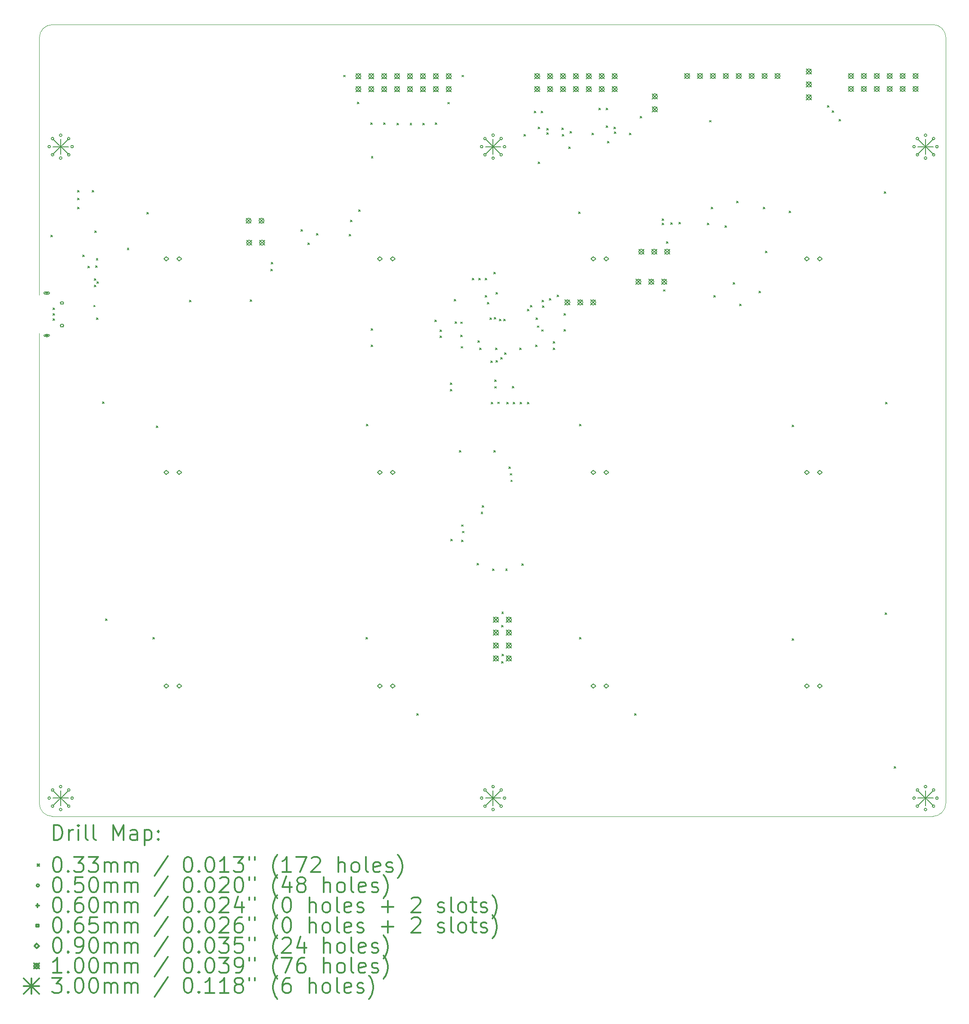
<source format=gbr>
%FSLAX45Y45*%
G04 Gerber Fmt 4.5, Leading zero omitted, Abs format (unit mm)*
G04 Created by KiCad (PCBNEW (5.1.9)-1) date 2021-06-08 08:06:19*
%MOMM*%
%LPD*%
G01*
G04 APERTURE LIST*
%TA.AperFunction,Profile*%
%ADD10C,0.038100*%
%TD*%
%TA.AperFunction,Profile*%
%ADD11C,0.050000*%
%TD*%
%ADD12C,0.200000*%
%ADD13C,0.300000*%
G04 APERTURE END LIST*
D10*
X6949440Y-22678390D02*
G75*
G03*
X7203440Y-22932390I254000J0D01*
G01*
X24521160Y-22932390D02*
G75*
G03*
X24777700Y-22675850I0J256540D01*
G01*
X24777659Y-7613530D02*
G75*
G03*
X24521160Y-7364730I-253959J-5200D01*
G01*
X7206100Y-7367284D02*
G75*
G03*
X6949440Y-7621270I-2660J-253986D01*
G01*
D11*
X6949440Y-13436600D02*
X6949440Y-22678390D01*
D10*
X6949440Y-13436600D02*
X6949220Y-13434410D01*
D11*
X6949220Y-12684410D02*
X6949440Y-7621270D01*
X24521160Y-22932390D02*
X7203440Y-22932390D01*
X24777659Y-7613530D02*
X24777713Y-22675850D01*
X7206100Y-7367284D02*
X24521160Y-7364730D01*
D12*
X7174230Y-11502390D02*
X7207250Y-11535410D01*
X7207250Y-11502390D02*
X7174230Y-11535410D01*
X7218680Y-12937490D02*
X7251700Y-12970510D01*
X7251700Y-12937490D02*
X7218680Y-12970510D01*
X7218680Y-13045440D02*
X7251700Y-13078460D01*
X7251700Y-13045440D02*
X7218680Y-13078460D01*
X7218680Y-13147040D02*
X7251700Y-13180060D01*
X7251700Y-13147040D02*
X7218680Y-13180060D01*
X7701280Y-10626090D02*
X7734300Y-10659110D01*
X7734300Y-10626090D02*
X7701280Y-10659110D01*
X7701280Y-10778490D02*
X7734300Y-10811510D01*
X7734300Y-10778490D02*
X7701280Y-10811510D01*
X7701280Y-10956290D02*
X7734300Y-10989310D01*
X7734300Y-10956290D02*
X7701280Y-10989310D01*
X7802880Y-11896090D02*
X7835900Y-11929110D01*
X7835900Y-11896090D02*
X7802880Y-11929110D01*
X7903210Y-12115800D02*
X7936230Y-12148820D01*
X7936230Y-12115800D02*
X7903210Y-12148820D01*
X7984490Y-10626090D02*
X8017510Y-10659110D01*
X8017510Y-10626090D02*
X7984490Y-10659110D01*
X8017510Y-12880340D02*
X8050530Y-12913360D01*
X8050530Y-12880340D02*
X8017510Y-12913360D01*
X8030210Y-12357100D02*
X8063230Y-12390120D01*
X8063230Y-12357100D02*
X8030210Y-12390120D01*
X8030210Y-12484100D02*
X8063230Y-12517120D01*
X8063230Y-12484100D02*
X8030210Y-12517120D01*
X8037830Y-11419840D02*
X8070850Y-11452860D01*
X8070850Y-11419840D02*
X8037830Y-11452860D01*
X8055610Y-12103100D02*
X8088630Y-12136120D01*
X8088630Y-12103100D02*
X8055610Y-12136120D01*
X8068310Y-11963400D02*
X8101330Y-11996420D01*
X8101330Y-11963400D02*
X8068310Y-11996420D01*
X8072120Y-13133070D02*
X8105140Y-13166090D01*
X8105140Y-13133070D02*
X8072120Y-13166090D01*
X8081010Y-12420600D02*
X8114030Y-12453620D01*
X8114030Y-12420600D02*
X8081010Y-12453620D01*
X8187690Y-14778990D02*
X8220710Y-14812010D01*
X8220710Y-14778990D02*
X8187690Y-14812010D01*
X8251190Y-19046190D02*
X8284210Y-19079210D01*
X8284210Y-19046190D02*
X8251190Y-19079210D01*
X8677910Y-11760200D02*
X8710930Y-11793220D01*
X8710930Y-11760200D02*
X8677910Y-11793220D01*
X9063990Y-11057890D02*
X9097010Y-11090910D01*
X9097010Y-11057890D02*
X9063990Y-11090910D01*
X9178290Y-19414490D02*
X9211310Y-19447510D01*
X9211310Y-19414490D02*
X9178290Y-19447510D01*
X9251950Y-15256510D02*
X9284970Y-15289530D01*
X9284970Y-15256510D02*
X9251950Y-15289530D01*
X9902190Y-12785090D02*
X9935210Y-12818110D01*
X9935210Y-12785090D02*
X9902190Y-12818110D01*
X11095990Y-12772390D02*
X11129010Y-12805410D01*
X11129010Y-12772390D02*
X11095990Y-12805410D01*
X11502390Y-12175490D02*
X11535410Y-12208510D01*
X11535410Y-12175490D02*
X11502390Y-12208510D01*
X11508740Y-12035790D02*
X11541760Y-12068810D01*
X11541760Y-12035790D02*
X11508740Y-12068810D01*
X12095480Y-11395710D02*
X12128500Y-11428730D01*
X12128500Y-11395710D02*
X12095480Y-11428730D01*
X12230206Y-11658706D02*
X12263226Y-11691726D01*
X12263226Y-11658706D02*
X12230206Y-11691726D01*
X12395200Y-11471910D02*
X12428220Y-11504930D01*
X12428220Y-11471910D02*
X12395200Y-11504930D01*
X12934950Y-8359140D02*
X12967970Y-8392160D01*
X12967970Y-8359140D02*
X12934950Y-8392160D01*
X13039090Y-11489690D02*
X13072110Y-11522710D01*
X13072110Y-11489690D02*
X13039090Y-11522710D01*
X13064490Y-11210290D02*
X13097510Y-11243310D01*
X13097510Y-11210290D02*
X13064490Y-11243310D01*
X13206730Y-8890000D02*
X13239750Y-8923020D01*
X13239750Y-8890000D02*
X13206730Y-8923020D01*
X13229590Y-11007090D02*
X13262610Y-11040110D01*
X13262610Y-11007090D02*
X13229590Y-11040110D01*
X13369290Y-19414490D02*
X13402310Y-19447510D01*
X13402310Y-19414490D02*
X13369290Y-19447510D01*
X13381990Y-15223490D02*
X13415010Y-15256510D01*
X13415010Y-15223490D02*
X13381990Y-15256510D01*
X13468350Y-9293860D02*
X13501370Y-9326880D01*
X13501370Y-9293860D02*
X13468350Y-9326880D01*
X13473430Y-13343890D02*
X13506450Y-13376910D01*
X13506450Y-13343890D02*
X13473430Y-13376910D01*
X13473430Y-13661390D02*
X13506450Y-13694410D01*
X13506450Y-13661390D02*
X13473430Y-13694410D01*
X13478002Y-9955784D02*
X13511022Y-9988804D01*
X13511022Y-9955784D02*
X13478002Y-9988804D01*
X13717270Y-9296400D02*
X13750290Y-9329420D01*
X13750290Y-9296400D02*
X13717270Y-9329420D01*
X13983970Y-9306560D02*
X14016990Y-9339580D01*
X14016990Y-9306560D02*
X13983970Y-9339580D01*
X14240259Y-9306560D02*
X14273279Y-9339580D01*
X14273279Y-9306560D02*
X14240259Y-9339580D01*
X14372590Y-20913090D02*
X14405610Y-20946110D01*
X14405610Y-20913090D02*
X14372590Y-20946110D01*
X14489430Y-9304020D02*
X14522450Y-9337040D01*
X14522450Y-9304020D02*
X14489430Y-9337040D01*
X14728190Y-13176250D02*
X14761210Y-13209270D01*
X14761210Y-13176250D02*
X14728190Y-13209270D01*
X14738350Y-9296400D02*
X14771370Y-9329420D01*
X14771370Y-9296400D02*
X14738350Y-9329420D01*
X14825980Y-13369290D02*
X14859000Y-13402310D01*
X14859000Y-13369290D02*
X14825980Y-13402310D01*
X14825980Y-13483590D02*
X14859000Y-13516610D01*
X14859000Y-13483590D02*
X14825980Y-13516610D01*
X14984730Y-8892540D02*
X15017750Y-8925560D01*
X15017750Y-8892540D02*
X14984730Y-8925560D01*
X15032990Y-14410690D02*
X15066010Y-14443710D01*
X15066010Y-14410690D02*
X15032990Y-14443710D01*
X15032990Y-14537690D02*
X15066010Y-14570710D01*
X15066010Y-14537690D02*
X15032990Y-14570710D01*
X15043150Y-17484090D02*
X15076170Y-17517110D01*
X15076170Y-17484090D02*
X15043150Y-17517110D01*
X15111730Y-12763500D02*
X15144750Y-12796520D01*
X15144750Y-12763500D02*
X15111730Y-12796520D01*
X15121890Y-13208000D02*
X15154910Y-13241020D01*
X15154910Y-13208000D02*
X15121890Y-13241020D01*
X15213330Y-15739110D02*
X15246350Y-15772130D01*
X15246350Y-15739110D02*
X15213330Y-15772130D01*
X15233650Y-13210540D02*
X15266670Y-13243560D01*
X15266670Y-13210540D02*
X15233650Y-13243560D01*
X15237390Y-13472090D02*
X15270410Y-13505110D01*
X15270410Y-13472090D02*
X15237390Y-13505110D01*
X15243810Y-13693140D02*
X15276830Y-13726160D01*
X15276830Y-13693140D02*
X15243810Y-13726160D01*
X15248890Y-17198340D02*
X15281910Y-17231360D01*
X15281910Y-17198340D02*
X15248890Y-17231360D01*
X15253135Y-17498495D02*
X15286155Y-17531515D01*
X15286155Y-17498495D02*
X15253135Y-17531515D01*
X15259050Y-8359140D02*
X15292070Y-8392160D01*
X15292070Y-8359140D02*
X15259050Y-8392160D01*
X15267940Y-17325340D02*
X15300960Y-17358360D01*
X15300960Y-17325340D02*
X15267940Y-17358360D01*
X15466060Y-12353290D02*
X15499080Y-12386310D01*
X15499080Y-12353290D02*
X15466060Y-12386310D01*
X15556230Y-17959070D02*
X15589250Y-17992090D01*
X15589250Y-17959070D02*
X15556230Y-17992090D01*
X15574010Y-13582650D02*
X15607030Y-13615670D01*
X15607030Y-13582650D02*
X15574010Y-13615670D01*
X15593060Y-12353290D02*
X15626080Y-12386310D01*
X15626080Y-12353290D02*
X15593060Y-12386310D01*
X15607030Y-13724890D02*
X15640050Y-13757910D01*
X15640050Y-13724890D02*
X15607030Y-13757910D01*
X15637510Y-16945610D02*
X15670530Y-16978630D01*
X15670530Y-16945610D02*
X15637510Y-16978630D01*
X15657830Y-16818610D02*
X15690850Y-16851630D01*
X15690850Y-16818610D02*
X15657830Y-16851630D01*
X15715615Y-12686665D02*
X15748635Y-12719685D01*
X15748635Y-12686665D02*
X15715615Y-12719685D01*
X15720060Y-12353290D02*
X15753080Y-12386310D01*
X15753080Y-12353290D02*
X15720060Y-12386310D01*
X15763755Y-12829025D02*
X15796775Y-12862045D01*
X15796775Y-12829025D02*
X15763755Y-12862045D01*
X15807690Y-13127990D02*
X15840710Y-13161010D01*
X15840710Y-13127990D02*
X15807690Y-13161010D01*
X15830550Y-13980160D02*
X15863570Y-14013180D01*
X15863570Y-13980160D02*
X15830550Y-14013180D01*
X15835630Y-14791690D02*
X15868650Y-14824710D01*
X15868650Y-14791690D02*
X15835630Y-14824710D01*
X15863570Y-18063210D02*
X15896590Y-18096230D01*
X15896590Y-18063210D02*
X15863570Y-18096230D01*
X15886430Y-15736570D02*
X15919450Y-15769590D01*
X15919450Y-15736570D02*
X15886430Y-15769590D01*
X15887700Y-12231370D02*
X15920720Y-12264390D01*
X15920720Y-12231370D02*
X15887700Y-12264390D01*
X15899130Y-13125450D02*
X15932150Y-13158470D01*
X15932150Y-13125450D02*
X15899130Y-13158470D01*
X15900330Y-14348390D02*
X15933350Y-14381410D01*
X15933350Y-14348390D02*
X15900330Y-14381410D01*
X15900330Y-14480470D02*
X15933350Y-14513490D01*
X15933350Y-14480470D02*
X15900330Y-14513490D01*
X15924530Y-13724890D02*
X15957550Y-13757910D01*
X15957550Y-13724890D02*
X15924530Y-13757910D01*
X15928340Y-12628882D02*
X15961360Y-12661902D01*
X15961360Y-12628882D02*
X15928340Y-12661902D01*
X15930508Y-13971897D02*
X15963528Y-14004917D01*
X15963528Y-13971897D02*
X15930508Y-14004917D01*
X15962630Y-14785340D02*
X15995650Y-14818360D01*
X15995650Y-14785340D02*
X15962630Y-14818360D01*
X15998190Y-13153390D02*
X16031210Y-13186410D01*
X16031210Y-13153390D02*
X15998190Y-13186410D01*
X16023590Y-13909040D02*
X16056610Y-13942060D01*
X16056610Y-13909040D02*
X16023590Y-13942060D01*
X16038830Y-19178270D02*
X16071850Y-19211290D01*
X16071850Y-19178270D02*
X16038830Y-19211290D01*
X16041370Y-19889470D02*
X16074390Y-19922490D01*
X16074390Y-19889470D02*
X16041370Y-19922490D01*
X16043910Y-18911570D02*
X16076930Y-18944590D01*
X16076930Y-18911570D02*
X16043910Y-18944590D01*
X16048990Y-19739610D02*
X16082010Y-19772630D01*
X16082010Y-19739610D02*
X16048990Y-19772630D01*
X16079470Y-13153390D02*
X16112490Y-13186410D01*
X16112490Y-13153390D02*
X16079470Y-13186410D01*
X16099790Y-13813790D02*
X16132810Y-13846810D01*
X16132810Y-13813790D02*
X16099790Y-13846810D01*
X16120110Y-18068290D02*
X16153130Y-18101310D01*
X16153130Y-18068290D02*
X16120110Y-18101310D01*
X16140430Y-14786610D02*
X16173450Y-14819630D01*
X16173450Y-14786610D02*
X16140430Y-14819630D01*
X16179801Y-16056610D02*
X16212821Y-16089630D01*
X16212821Y-16056610D02*
X16179801Y-16089630D01*
X16211550Y-16191230D02*
X16244570Y-16224250D01*
X16244570Y-16191230D02*
X16211550Y-16224250D01*
X16221710Y-16318230D02*
X16254730Y-16351250D01*
X16254730Y-16318230D02*
X16221710Y-16351250D01*
X16252190Y-14474190D02*
X16285210Y-14507210D01*
X16285210Y-14474190D02*
X16252190Y-14507210D01*
X16267430Y-14786610D02*
X16300450Y-14819630D01*
X16300450Y-14786610D02*
X16267430Y-14819630D01*
X16394430Y-13719810D02*
X16427450Y-13752830D01*
X16427450Y-13719810D02*
X16394430Y-13752830D01*
X16407130Y-14789150D02*
X16440150Y-14822170D01*
X16440150Y-14789150D02*
X16407130Y-14822170D01*
X16437610Y-17961610D02*
X16470630Y-17994630D01*
X16470630Y-17961610D02*
X16437610Y-17994630D01*
X16476980Y-9523730D02*
X16510000Y-9556750D01*
X16510000Y-9523730D02*
X16476980Y-9556750D01*
X16548101Y-14789150D02*
X16581121Y-14822170D01*
X16581121Y-14789150D02*
X16548101Y-14822170D01*
X16550640Y-12962890D02*
X16583660Y-12995910D01*
X16583660Y-12962890D02*
X16550640Y-12995910D01*
X16605250Y-12886690D02*
X16638270Y-12919710D01*
X16638270Y-12886690D02*
X16605250Y-12919710D01*
X16680180Y-9069070D02*
X16713200Y-9102090D01*
X16713200Y-9069070D02*
X16680180Y-9102090D01*
X16711930Y-13661390D02*
X16744950Y-13694410D01*
X16744950Y-13661390D02*
X16711930Y-13694410D01*
X16715740Y-13127990D02*
X16748760Y-13161010D01*
X16748760Y-13127990D02*
X16715740Y-13161010D01*
X16741140Y-13286740D02*
X16774160Y-13319760D01*
X16774160Y-13286740D02*
X16741140Y-13319760D01*
X16756380Y-9376410D02*
X16789400Y-9409430D01*
X16789400Y-9376410D02*
X16756380Y-9409430D01*
X16760190Y-10067290D02*
X16793210Y-10100310D01*
X16793210Y-10067290D02*
X16760190Y-10100310D01*
X16814800Y-9066530D02*
X16847820Y-9099550D01*
X16847820Y-9066530D02*
X16814800Y-9099550D01*
X16823690Y-13362940D02*
X16856710Y-13395960D01*
X16856710Y-13362940D02*
X16823690Y-13395960D01*
X16836390Y-12785090D02*
X16869410Y-12818110D01*
X16869410Y-12785090D02*
X16836390Y-12818110D01*
X16841470Y-12896850D02*
X16874490Y-12929870D01*
X16874490Y-12896850D02*
X16841470Y-12929870D01*
X16925290Y-9493250D02*
X16958310Y-9526270D01*
X16958310Y-9493250D02*
X16925290Y-9526270D01*
X16931640Y-9401810D02*
X16964660Y-9434830D01*
X16964660Y-9401810D02*
X16931640Y-9434830D01*
X16976090Y-12746990D02*
X17009110Y-12780010D01*
X17009110Y-12746990D02*
X16976090Y-12780010D01*
X17051774Y-13724374D02*
X17084794Y-13757394D01*
X17084794Y-13724374D02*
X17051774Y-13757394D01*
X17052290Y-13597890D02*
X17085310Y-13630910D01*
X17085310Y-13597890D02*
X17052290Y-13630910D01*
X17128490Y-12683492D02*
X17161510Y-12716512D01*
X17161510Y-12683492D02*
X17128490Y-12716512D01*
X17223740Y-9396730D02*
X17256760Y-9429750D01*
X17256760Y-9396730D02*
X17223740Y-9429750D01*
X17234930Y-9526030D02*
X17267950Y-9559050D01*
X17267950Y-9526030D02*
X17234930Y-9559050D01*
X17265650Y-13049250D02*
X17298670Y-13082270D01*
X17298670Y-13049250D02*
X17265650Y-13082270D01*
X17265650Y-13356590D02*
X17298670Y-13389610D01*
X17298670Y-13356590D02*
X17265650Y-13389610D01*
X17357090Y-9768840D02*
X17390110Y-9801860D01*
X17390110Y-9768840D02*
X17357090Y-9801860D01*
X17383760Y-9466580D02*
X17416780Y-9499600D01*
X17416780Y-9466580D02*
X17383760Y-9499600D01*
X17553940Y-11045190D02*
X17586960Y-11078210D01*
X17586960Y-11045190D02*
X17553940Y-11078210D01*
X17572990Y-15223490D02*
X17606010Y-15256510D01*
X17606010Y-15223490D02*
X17572990Y-15256510D01*
X17572990Y-19414490D02*
X17606010Y-19447510D01*
X17606010Y-19414490D02*
X17572990Y-19447510D01*
X17815560Y-9500870D02*
X17848580Y-9533890D01*
X17848580Y-9500870D02*
X17815560Y-9533890D01*
X17955260Y-9010650D02*
X17988280Y-9043670D01*
X17988280Y-9010650D02*
X17955260Y-9043670D01*
X18094960Y-9010650D02*
X18127980Y-9043670D01*
X18127980Y-9010650D02*
X18094960Y-9043670D01*
X18094960Y-9351010D02*
X18127980Y-9384030D01*
X18127980Y-9351010D02*
X18094960Y-9384030D01*
X18119090Y-9660890D02*
X18152110Y-9693910D01*
X18152110Y-9660890D02*
X18119090Y-9693910D01*
X18247360Y-9377680D02*
X18280380Y-9410700D01*
X18280380Y-9377680D02*
X18247360Y-9410700D01*
X18261330Y-9475470D02*
X18294350Y-9508490D01*
X18294350Y-9475470D02*
X18261330Y-9508490D01*
X18552160Y-9500870D02*
X18585180Y-9533890D01*
X18585180Y-9500870D02*
X18552160Y-9533890D01*
X18652490Y-20913090D02*
X18685510Y-20946110D01*
X18685510Y-20913090D02*
X18652490Y-20946110D01*
X18765520Y-9168130D02*
X18798540Y-9201150D01*
X18798540Y-9168130D02*
X18765520Y-9201150D01*
X19198590Y-11184890D02*
X19231610Y-11217910D01*
X19231610Y-11184890D02*
X19198590Y-11217910D01*
X19198590Y-11266170D02*
X19231610Y-11299190D01*
X19231610Y-11266170D02*
X19198590Y-11299190D01*
X19223990Y-12575540D02*
X19257010Y-12608560D01*
X19257010Y-12575540D02*
X19223990Y-12608560D01*
X19281140Y-11629390D02*
X19314160Y-11662410D01*
X19314160Y-11629390D02*
X19281140Y-11662410D01*
X19363690Y-11261090D02*
X19396710Y-11294110D01*
X19396710Y-11261090D02*
X19363690Y-11294110D01*
X19528790Y-11248390D02*
X19561810Y-11281410D01*
X19561810Y-11248390D02*
X19528790Y-11281410D01*
X20085050Y-11271250D02*
X20118070Y-11304270D01*
X20118070Y-11271250D02*
X20085050Y-11304270D01*
X20128230Y-9248140D02*
X20161250Y-9281160D01*
X20161250Y-9248140D02*
X20128230Y-9281160D01*
X20161250Y-10953750D02*
X20194270Y-10986770D01*
X20194270Y-10953750D02*
X20161250Y-10986770D01*
X20212050Y-12693650D02*
X20245070Y-12726670D01*
X20245070Y-12693650D02*
X20212050Y-12726670D01*
X20434300Y-11315700D02*
X20467320Y-11348720D01*
X20467320Y-11315700D02*
X20434300Y-11348720D01*
X20593050Y-12439650D02*
X20626070Y-12472670D01*
X20626070Y-12439650D02*
X20593050Y-12472670D01*
X20662500Y-10833500D02*
X20695520Y-10866520D01*
X20695520Y-10833500D02*
X20662500Y-10866520D01*
X20720050Y-12858750D02*
X20753070Y-12891770D01*
X20753070Y-12858750D02*
X20720050Y-12891770D01*
X21101050Y-12604750D02*
X21134070Y-12637770D01*
X21134070Y-12604750D02*
X21101050Y-12637770D01*
X21189950Y-10953750D02*
X21222970Y-10986770D01*
X21222970Y-10953750D02*
X21189950Y-10986770D01*
X21228050Y-11817350D02*
X21261070Y-11850370D01*
X21261070Y-11817350D02*
X21228050Y-11850370D01*
X21694140Y-11032490D02*
X21727160Y-11065510D01*
X21727160Y-11032490D02*
X21694140Y-11065510D01*
X21751290Y-15236190D02*
X21784310Y-15269210D01*
X21784310Y-15236190D02*
X21751290Y-15269210D01*
X21751290Y-19439890D02*
X21784310Y-19472910D01*
X21784310Y-19439890D02*
X21751290Y-19472910D01*
X22449790Y-8956040D02*
X22482810Y-8989060D01*
X22482810Y-8956040D02*
X22449790Y-8989060D01*
X22538690Y-9057640D02*
X22571710Y-9090660D01*
X22571710Y-9057640D02*
X22538690Y-9090660D01*
X22677120Y-9229090D02*
X22710140Y-9262110D01*
X22710140Y-9229090D02*
X22677120Y-9262110D01*
X23567390Y-10651490D02*
X23600410Y-10684510D01*
X23600410Y-10651490D02*
X23567390Y-10684510D01*
X23580090Y-18931890D02*
X23613110Y-18964910D01*
X23613110Y-18931890D02*
X23580090Y-18964910D01*
X23592790Y-14791690D02*
X23625810Y-14824710D01*
X23625810Y-14791690D02*
X23592790Y-14824710D01*
X23757890Y-21954490D02*
X23790910Y-21987510D01*
X23790910Y-21954490D02*
X23757890Y-21987510D01*
X7168000Y-9765000D02*
G75*
G03*
X7168000Y-9765000I-25000J0D01*
G01*
X7168000Y-22573000D02*
G75*
G03*
X7168000Y-22573000I-25000J0D01*
G01*
X7233901Y-9605901D02*
G75*
G03*
X7233901Y-9605901I-25000J0D01*
G01*
X7233901Y-9924099D02*
G75*
G03*
X7233901Y-9924099I-25000J0D01*
G01*
X7233901Y-22413901D02*
G75*
G03*
X7233901Y-22413901I-25000J0D01*
G01*
X7233901Y-22732099D02*
G75*
G03*
X7233901Y-22732099I-25000J0D01*
G01*
X7393000Y-9540000D02*
G75*
G03*
X7393000Y-9540000I-25000J0D01*
G01*
X7393000Y-9990000D02*
G75*
G03*
X7393000Y-9990000I-25000J0D01*
G01*
X7393000Y-22348000D02*
G75*
G03*
X7393000Y-22348000I-25000J0D01*
G01*
X7393000Y-22798000D02*
G75*
G03*
X7393000Y-22798000I-25000J0D01*
G01*
X7552099Y-9605901D02*
G75*
G03*
X7552099Y-9605901I-25000J0D01*
G01*
X7552099Y-9924099D02*
G75*
G03*
X7552099Y-9924099I-25000J0D01*
G01*
X7552099Y-22413901D02*
G75*
G03*
X7552099Y-22413901I-25000J0D01*
G01*
X7552099Y-22732099D02*
G75*
G03*
X7552099Y-22732099I-25000J0D01*
G01*
X7618000Y-9765000D02*
G75*
G03*
X7618000Y-9765000I-25000J0D01*
G01*
X7618000Y-22573000D02*
G75*
G03*
X7618000Y-22573000I-25000J0D01*
G01*
X15673000Y-9765000D02*
G75*
G03*
X15673000Y-9765000I-25000J0D01*
G01*
X15673000Y-22573000D02*
G75*
G03*
X15673000Y-22573000I-25000J0D01*
G01*
X15738901Y-9605901D02*
G75*
G03*
X15738901Y-9605901I-25000J0D01*
G01*
X15738901Y-9924099D02*
G75*
G03*
X15738901Y-9924099I-25000J0D01*
G01*
X15738901Y-22413901D02*
G75*
G03*
X15738901Y-22413901I-25000J0D01*
G01*
X15738901Y-22732099D02*
G75*
G03*
X15738901Y-22732099I-25000J0D01*
G01*
X15898000Y-9540000D02*
G75*
G03*
X15898000Y-9540000I-25000J0D01*
G01*
X15898000Y-9990000D02*
G75*
G03*
X15898000Y-9990000I-25000J0D01*
G01*
X15898000Y-22348000D02*
G75*
G03*
X15898000Y-22348000I-25000J0D01*
G01*
X15898000Y-22798000D02*
G75*
G03*
X15898000Y-22798000I-25000J0D01*
G01*
X16057099Y-9605901D02*
G75*
G03*
X16057099Y-9605901I-25000J0D01*
G01*
X16057099Y-9924099D02*
G75*
G03*
X16057099Y-9924099I-25000J0D01*
G01*
X16057099Y-22413901D02*
G75*
G03*
X16057099Y-22413901I-25000J0D01*
G01*
X16057099Y-22732099D02*
G75*
G03*
X16057099Y-22732099I-25000J0D01*
G01*
X16123000Y-9765000D02*
G75*
G03*
X16123000Y-9765000I-25000J0D01*
G01*
X16123000Y-22573000D02*
G75*
G03*
X16123000Y-22573000I-25000J0D01*
G01*
X24178000Y-9765000D02*
G75*
G03*
X24178000Y-9765000I-25000J0D01*
G01*
X24178000Y-22573000D02*
G75*
G03*
X24178000Y-22573000I-25000J0D01*
G01*
X24243901Y-9605901D02*
G75*
G03*
X24243901Y-9605901I-25000J0D01*
G01*
X24243901Y-9924099D02*
G75*
G03*
X24243901Y-9924099I-25000J0D01*
G01*
X24243901Y-22413901D02*
G75*
G03*
X24243901Y-22413901I-25000J0D01*
G01*
X24243901Y-22732099D02*
G75*
G03*
X24243901Y-22732099I-25000J0D01*
G01*
X24403000Y-9540000D02*
G75*
G03*
X24403000Y-9540000I-25000J0D01*
G01*
X24403000Y-9990000D02*
G75*
G03*
X24403000Y-9990000I-25000J0D01*
G01*
X24403000Y-22348000D02*
G75*
G03*
X24403000Y-22348000I-25000J0D01*
G01*
X24403000Y-22798000D02*
G75*
G03*
X24403000Y-22798000I-25000J0D01*
G01*
X24562099Y-9605901D02*
G75*
G03*
X24562099Y-9605901I-25000J0D01*
G01*
X24562099Y-9924099D02*
G75*
G03*
X24562099Y-9924099I-25000J0D01*
G01*
X24562099Y-22413901D02*
G75*
G03*
X24562099Y-22413901I-25000J0D01*
G01*
X24562099Y-22732099D02*
G75*
G03*
X24562099Y-22732099I-25000J0D01*
G01*
X24628000Y-9765000D02*
G75*
G03*
X24628000Y-9765000I-25000J0D01*
G01*
X24628000Y-22573000D02*
G75*
G03*
X24628000Y-22573000I-25000J0D01*
G01*
X7094220Y-12611910D02*
X7094220Y-12671910D01*
X7064220Y-12641910D02*
X7124220Y-12641910D01*
X7059220Y-12661910D02*
X7129220Y-12661910D01*
X7059220Y-12621910D02*
X7129220Y-12621910D01*
X7129220Y-12661910D02*
G75*
G03*
X7129220Y-12621910I0J20000D01*
G01*
X7059220Y-12621910D02*
G75*
G03*
X7059220Y-12661910I0J-20000D01*
G01*
X7094220Y-13446910D02*
X7094220Y-13506910D01*
X7064220Y-13476910D02*
X7124220Y-13476910D01*
X7059220Y-13496910D02*
X7129220Y-13496910D01*
X7059220Y-13456910D02*
X7129220Y-13456910D01*
X7129220Y-13496910D02*
G75*
G03*
X7129220Y-13456910I0J20000D01*
G01*
X7059220Y-13456910D02*
G75*
G03*
X7059220Y-13496910I0J-20000D01*
G01*
X7417201Y-12859891D02*
X7417201Y-12813929D01*
X7371239Y-12813929D01*
X7371239Y-12859891D01*
X7417201Y-12859891D01*
X7384220Y-12859410D02*
X7404220Y-12859410D01*
X7384220Y-12814410D02*
X7404220Y-12814410D01*
X7404220Y-12859410D02*
G75*
G03*
X7404220Y-12814410I0J22500D01*
G01*
X7384220Y-12814410D02*
G75*
G03*
X7384220Y-12859410I0J-22500D01*
G01*
X7417201Y-13304891D02*
X7417201Y-13258929D01*
X7371239Y-13258929D01*
X7371239Y-13304891D01*
X7417201Y-13304891D01*
X7384220Y-13304410D02*
X7404220Y-13304410D01*
X7384220Y-13259410D02*
X7404220Y-13259410D01*
X7404220Y-13304410D02*
G75*
G03*
X7404220Y-13259410I0J22500D01*
G01*
X7384220Y-13259410D02*
G75*
G03*
X7384220Y-13304410I0J-22500D01*
G01*
X9445280Y-12014020D02*
X9490280Y-11969020D01*
X9445280Y-11924020D01*
X9400280Y-11969020D01*
X9445280Y-12014020D01*
X9445280Y-16214020D02*
X9490280Y-16169020D01*
X9445280Y-16124020D01*
X9400280Y-16169020D01*
X9445280Y-16214020D01*
X9445280Y-20414020D02*
X9490280Y-20369020D01*
X9445280Y-20324020D01*
X9400280Y-20369020D01*
X9445280Y-20414020D01*
X9699280Y-12014020D02*
X9744280Y-11969020D01*
X9699280Y-11924020D01*
X9654280Y-11969020D01*
X9699280Y-12014020D01*
X9699280Y-16214020D02*
X9744280Y-16169020D01*
X9699280Y-16124020D01*
X9654280Y-16169020D01*
X9699280Y-16214020D01*
X9699280Y-20414020D02*
X9744280Y-20369020D01*
X9699280Y-20324020D01*
X9654280Y-20369020D01*
X9699280Y-20414020D01*
X13645280Y-12014020D02*
X13690280Y-11969020D01*
X13645280Y-11924020D01*
X13600280Y-11969020D01*
X13645280Y-12014020D01*
X13645280Y-16214020D02*
X13690280Y-16169020D01*
X13645280Y-16124020D01*
X13600280Y-16169020D01*
X13645280Y-16214020D01*
X13645280Y-20414020D02*
X13690280Y-20369020D01*
X13645280Y-20324020D01*
X13600280Y-20369020D01*
X13645280Y-20414020D01*
X13899280Y-12014020D02*
X13944280Y-11969020D01*
X13899280Y-11924020D01*
X13854280Y-11969020D01*
X13899280Y-12014020D01*
X13899280Y-16214020D02*
X13944280Y-16169020D01*
X13899280Y-16124020D01*
X13854280Y-16169020D01*
X13899280Y-16214020D01*
X13899280Y-20414020D02*
X13944280Y-20369020D01*
X13899280Y-20324020D01*
X13854280Y-20369020D01*
X13899280Y-20414020D01*
X17845280Y-12014020D02*
X17890280Y-11969020D01*
X17845280Y-11924020D01*
X17800280Y-11969020D01*
X17845280Y-12014020D01*
X17845280Y-16214020D02*
X17890280Y-16169020D01*
X17845280Y-16124020D01*
X17800280Y-16169020D01*
X17845280Y-16214020D01*
X17845280Y-20414020D02*
X17890280Y-20369020D01*
X17845280Y-20324020D01*
X17800280Y-20369020D01*
X17845280Y-20414020D01*
X18099280Y-12014020D02*
X18144280Y-11969020D01*
X18099280Y-11924020D01*
X18054280Y-11969020D01*
X18099280Y-12014020D01*
X18099280Y-16214020D02*
X18144280Y-16169020D01*
X18099280Y-16124020D01*
X18054280Y-16169020D01*
X18099280Y-16214020D01*
X18099280Y-20414020D02*
X18144280Y-20369020D01*
X18099280Y-20324020D01*
X18054280Y-20369020D01*
X18099280Y-20414020D01*
X22045280Y-12014020D02*
X22090280Y-11969020D01*
X22045280Y-11924020D01*
X22000280Y-11969020D01*
X22045280Y-12014020D01*
X22045280Y-16214020D02*
X22090280Y-16169020D01*
X22045280Y-16124020D01*
X22000280Y-16169020D01*
X22045280Y-16214020D01*
X22045280Y-20414020D02*
X22090280Y-20369020D01*
X22045280Y-20324020D01*
X22000280Y-20369020D01*
X22045280Y-20414020D01*
X22299280Y-12014020D02*
X22344280Y-11969020D01*
X22299280Y-11924020D01*
X22254280Y-11969020D01*
X22299280Y-12014020D01*
X22299280Y-16214020D02*
X22344280Y-16169020D01*
X22299280Y-16124020D01*
X22254280Y-16169020D01*
X22299280Y-16214020D01*
X22299280Y-20414020D02*
X22344280Y-20369020D01*
X22299280Y-20324020D01*
X22254280Y-20369020D01*
X22299280Y-20414020D01*
X11015510Y-11170450D02*
X11115510Y-11270450D01*
X11115510Y-11170450D02*
X11015510Y-11270450D01*
X11115510Y-11220450D02*
G75*
G03*
X11115510Y-11220450I-50000J0D01*
G01*
X11024400Y-11602250D02*
X11124400Y-11702250D01*
X11124400Y-11602250D02*
X11024400Y-11702250D01*
X11124400Y-11652250D02*
G75*
G03*
X11124400Y-11652250I-50000J0D01*
G01*
X11269510Y-11170450D02*
X11369510Y-11270450D01*
X11369510Y-11170450D02*
X11269510Y-11270450D01*
X11369510Y-11220450D02*
G75*
G03*
X11369510Y-11220450I-50000J0D01*
G01*
X11278400Y-11602250D02*
X11378400Y-11702250D01*
X11378400Y-11602250D02*
X11278400Y-11702250D01*
X11378400Y-11652250D02*
G75*
G03*
X11378400Y-11652250I-50000J0D01*
G01*
X13173240Y-8328190D02*
X13273240Y-8428190D01*
X13273240Y-8328190D02*
X13173240Y-8428190D01*
X13273240Y-8378190D02*
G75*
G03*
X13273240Y-8378190I-50000J0D01*
G01*
X13173240Y-8582190D02*
X13273240Y-8682190D01*
X13273240Y-8582190D02*
X13173240Y-8682190D01*
X13273240Y-8632190D02*
G75*
G03*
X13273240Y-8632190I-50000J0D01*
G01*
X13427240Y-8328190D02*
X13527240Y-8428190D01*
X13527240Y-8328190D02*
X13427240Y-8428190D01*
X13527240Y-8378190D02*
G75*
G03*
X13527240Y-8378190I-50000J0D01*
G01*
X13427240Y-8582190D02*
X13527240Y-8682190D01*
X13527240Y-8582190D02*
X13427240Y-8682190D01*
X13527240Y-8632190D02*
G75*
G03*
X13527240Y-8632190I-50000J0D01*
G01*
X13681240Y-8328190D02*
X13781240Y-8428190D01*
X13781240Y-8328190D02*
X13681240Y-8428190D01*
X13781240Y-8378190D02*
G75*
G03*
X13781240Y-8378190I-50000J0D01*
G01*
X13681240Y-8582190D02*
X13781240Y-8682190D01*
X13781240Y-8582190D02*
X13681240Y-8682190D01*
X13781240Y-8632190D02*
G75*
G03*
X13781240Y-8632190I-50000J0D01*
G01*
X13935240Y-8328190D02*
X14035240Y-8428190D01*
X14035240Y-8328190D02*
X13935240Y-8428190D01*
X14035240Y-8378190D02*
G75*
G03*
X14035240Y-8378190I-50000J0D01*
G01*
X13935240Y-8582190D02*
X14035240Y-8682190D01*
X14035240Y-8582190D02*
X13935240Y-8682190D01*
X14035240Y-8632190D02*
G75*
G03*
X14035240Y-8632190I-50000J0D01*
G01*
X14189240Y-8328190D02*
X14289240Y-8428190D01*
X14289240Y-8328190D02*
X14189240Y-8428190D01*
X14289240Y-8378190D02*
G75*
G03*
X14289240Y-8378190I-50000J0D01*
G01*
X14189240Y-8582190D02*
X14289240Y-8682190D01*
X14289240Y-8582190D02*
X14189240Y-8682190D01*
X14289240Y-8632190D02*
G75*
G03*
X14289240Y-8632190I-50000J0D01*
G01*
X14443240Y-8328190D02*
X14543240Y-8428190D01*
X14543240Y-8328190D02*
X14443240Y-8428190D01*
X14543240Y-8378190D02*
G75*
G03*
X14543240Y-8378190I-50000J0D01*
G01*
X14443240Y-8582190D02*
X14543240Y-8682190D01*
X14543240Y-8582190D02*
X14443240Y-8682190D01*
X14543240Y-8632190D02*
G75*
G03*
X14543240Y-8632190I-50000J0D01*
G01*
X14697240Y-8328190D02*
X14797240Y-8428190D01*
X14797240Y-8328190D02*
X14697240Y-8428190D01*
X14797240Y-8378190D02*
G75*
G03*
X14797240Y-8378190I-50000J0D01*
G01*
X14697240Y-8582190D02*
X14797240Y-8682190D01*
X14797240Y-8582190D02*
X14697240Y-8682190D01*
X14797240Y-8632190D02*
G75*
G03*
X14797240Y-8632190I-50000J0D01*
G01*
X14951240Y-8328190D02*
X15051240Y-8428190D01*
X15051240Y-8328190D02*
X14951240Y-8428190D01*
X15051240Y-8378190D02*
G75*
G03*
X15051240Y-8378190I-50000J0D01*
G01*
X14951240Y-8582190D02*
X15051240Y-8682190D01*
X15051240Y-8582190D02*
X14951240Y-8682190D01*
X15051240Y-8632190D02*
G75*
G03*
X15051240Y-8632190I-50000J0D01*
G01*
X15880880Y-19015240D02*
X15980880Y-19115240D01*
X15980880Y-19015240D02*
X15880880Y-19115240D01*
X15980880Y-19065240D02*
G75*
G03*
X15980880Y-19065240I-50000J0D01*
G01*
X15880880Y-19269240D02*
X15980880Y-19369240D01*
X15980880Y-19269240D02*
X15880880Y-19369240D01*
X15980880Y-19319240D02*
G75*
G03*
X15980880Y-19319240I-50000J0D01*
G01*
X15880880Y-19523240D02*
X15980880Y-19623240D01*
X15980880Y-19523240D02*
X15880880Y-19623240D01*
X15980880Y-19573240D02*
G75*
G03*
X15980880Y-19573240I-50000J0D01*
G01*
X15880880Y-19777240D02*
X15980880Y-19877240D01*
X15980880Y-19777240D02*
X15880880Y-19877240D01*
X15980880Y-19827240D02*
G75*
G03*
X15980880Y-19827240I-50000J0D01*
G01*
X16134880Y-19015240D02*
X16234880Y-19115240D01*
X16234880Y-19015240D02*
X16134880Y-19115240D01*
X16234880Y-19065240D02*
G75*
G03*
X16234880Y-19065240I-50000J0D01*
G01*
X16134880Y-19269240D02*
X16234880Y-19369240D01*
X16234880Y-19269240D02*
X16134880Y-19369240D01*
X16234880Y-19319240D02*
G75*
G03*
X16234880Y-19319240I-50000J0D01*
G01*
X16134880Y-19523240D02*
X16234880Y-19623240D01*
X16234880Y-19523240D02*
X16134880Y-19623240D01*
X16234880Y-19573240D02*
G75*
G03*
X16234880Y-19573240I-50000J0D01*
G01*
X16134880Y-19777240D02*
X16234880Y-19877240D01*
X16234880Y-19777240D02*
X16134880Y-19877240D01*
X16234880Y-19827240D02*
G75*
G03*
X16234880Y-19827240I-50000J0D01*
G01*
X16691140Y-8328190D02*
X16791140Y-8428190D01*
X16791140Y-8328190D02*
X16691140Y-8428190D01*
X16791140Y-8378190D02*
G75*
G03*
X16791140Y-8378190I-50000J0D01*
G01*
X16691140Y-8582190D02*
X16791140Y-8682190D01*
X16791140Y-8582190D02*
X16691140Y-8682190D01*
X16791140Y-8632190D02*
G75*
G03*
X16791140Y-8632190I-50000J0D01*
G01*
X16945140Y-8328190D02*
X17045140Y-8428190D01*
X17045140Y-8328190D02*
X16945140Y-8428190D01*
X17045140Y-8378190D02*
G75*
G03*
X17045140Y-8378190I-50000J0D01*
G01*
X16945140Y-8582190D02*
X17045140Y-8682190D01*
X17045140Y-8582190D02*
X16945140Y-8682190D01*
X17045140Y-8632190D02*
G75*
G03*
X17045140Y-8632190I-50000J0D01*
G01*
X17199140Y-8328190D02*
X17299140Y-8428190D01*
X17299140Y-8328190D02*
X17199140Y-8428190D01*
X17299140Y-8378190D02*
G75*
G03*
X17299140Y-8378190I-50000J0D01*
G01*
X17199140Y-8582190D02*
X17299140Y-8682190D01*
X17299140Y-8582190D02*
X17199140Y-8682190D01*
X17299140Y-8632190D02*
G75*
G03*
X17299140Y-8632190I-50000J0D01*
G01*
X17285500Y-12777000D02*
X17385500Y-12877000D01*
X17385500Y-12777000D02*
X17285500Y-12877000D01*
X17385500Y-12827000D02*
G75*
G03*
X17385500Y-12827000I-50000J0D01*
G01*
X17453140Y-8328190D02*
X17553140Y-8428190D01*
X17553140Y-8328190D02*
X17453140Y-8428190D01*
X17553140Y-8378190D02*
G75*
G03*
X17553140Y-8378190I-50000J0D01*
G01*
X17453140Y-8582190D02*
X17553140Y-8682190D01*
X17553140Y-8582190D02*
X17453140Y-8682190D01*
X17553140Y-8632190D02*
G75*
G03*
X17553140Y-8632190I-50000J0D01*
G01*
X17539500Y-12777000D02*
X17639500Y-12877000D01*
X17639500Y-12777000D02*
X17539500Y-12877000D01*
X17639500Y-12827000D02*
G75*
G03*
X17639500Y-12827000I-50000J0D01*
G01*
X17707140Y-8328190D02*
X17807140Y-8428190D01*
X17807140Y-8328190D02*
X17707140Y-8428190D01*
X17807140Y-8378190D02*
G75*
G03*
X17807140Y-8378190I-50000J0D01*
G01*
X17707140Y-8582190D02*
X17807140Y-8682190D01*
X17807140Y-8582190D02*
X17707140Y-8682190D01*
X17807140Y-8632190D02*
G75*
G03*
X17807140Y-8632190I-50000J0D01*
G01*
X17793500Y-12777000D02*
X17893500Y-12877000D01*
X17893500Y-12777000D02*
X17793500Y-12877000D01*
X17893500Y-12827000D02*
G75*
G03*
X17893500Y-12827000I-50000J0D01*
G01*
X17961140Y-8328190D02*
X18061140Y-8428190D01*
X18061140Y-8328190D02*
X17961140Y-8428190D01*
X18061140Y-8378190D02*
G75*
G03*
X18061140Y-8378190I-50000J0D01*
G01*
X17961140Y-8582190D02*
X18061140Y-8682190D01*
X18061140Y-8582190D02*
X17961140Y-8682190D01*
X18061140Y-8632190D02*
G75*
G03*
X18061140Y-8632190I-50000J0D01*
G01*
X18215140Y-8328190D02*
X18315140Y-8428190D01*
X18315140Y-8328190D02*
X18215140Y-8428190D01*
X18315140Y-8378190D02*
G75*
G03*
X18315140Y-8378190I-50000J0D01*
G01*
X18215140Y-8582190D02*
X18315140Y-8682190D01*
X18315140Y-8582190D02*
X18215140Y-8682190D01*
X18315140Y-8632190D02*
G75*
G03*
X18315140Y-8632190I-50000J0D01*
G01*
X18682500Y-12370600D02*
X18782500Y-12470600D01*
X18782500Y-12370600D02*
X18682500Y-12470600D01*
X18782500Y-12420600D02*
G75*
G03*
X18782500Y-12420600I-50000J0D01*
G01*
X18739650Y-11780050D02*
X18839650Y-11880050D01*
X18839650Y-11780050D02*
X18739650Y-11880050D01*
X18839650Y-11830050D02*
G75*
G03*
X18839650Y-11830050I-50000J0D01*
G01*
X18936500Y-12370600D02*
X19036500Y-12470600D01*
X19036500Y-12370600D02*
X18936500Y-12470600D01*
X19036500Y-12420600D02*
G75*
G03*
X19036500Y-12420600I-50000J0D01*
G01*
X18993650Y-11780050D02*
X19093650Y-11880050D01*
X19093650Y-11780050D02*
X18993650Y-11880050D01*
X19093650Y-11830050D02*
G75*
G03*
X19093650Y-11830050I-50000J0D01*
G01*
X19006350Y-8725700D02*
X19106350Y-8825700D01*
X19106350Y-8725700D02*
X19006350Y-8825700D01*
X19106350Y-8775700D02*
G75*
G03*
X19106350Y-8775700I-50000J0D01*
G01*
X19006350Y-8979700D02*
X19106350Y-9079700D01*
X19106350Y-8979700D02*
X19006350Y-9079700D01*
X19106350Y-9029700D02*
G75*
G03*
X19106350Y-9029700I-50000J0D01*
G01*
X19190500Y-12370600D02*
X19290500Y-12470600D01*
X19290500Y-12370600D02*
X19190500Y-12470600D01*
X19290500Y-12420600D02*
G75*
G03*
X19290500Y-12420600I-50000J0D01*
G01*
X19247650Y-11780050D02*
X19347650Y-11880050D01*
X19347650Y-11780050D02*
X19247650Y-11880050D01*
X19347650Y-11830050D02*
G75*
G03*
X19347650Y-11830050I-50000J0D01*
G01*
X19641350Y-8325650D02*
X19741350Y-8425650D01*
X19741350Y-8325650D02*
X19641350Y-8425650D01*
X19741350Y-8375650D02*
G75*
G03*
X19741350Y-8375650I-50000J0D01*
G01*
X19895350Y-8325650D02*
X19995350Y-8425650D01*
X19995350Y-8325650D02*
X19895350Y-8425650D01*
X19995350Y-8375650D02*
G75*
G03*
X19995350Y-8375650I-50000J0D01*
G01*
X20149350Y-8325650D02*
X20249350Y-8425650D01*
X20249350Y-8325650D02*
X20149350Y-8425650D01*
X20249350Y-8375650D02*
G75*
G03*
X20249350Y-8375650I-50000J0D01*
G01*
X20403350Y-8325650D02*
X20503350Y-8425650D01*
X20503350Y-8325650D02*
X20403350Y-8425650D01*
X20503350Y-8375650D02*
G75*
G03*
X20503350Y-8375650I-50000J0D01*
G01*
X20657350Y-8325650D02*
X20757350Y-8425650D01*
X20757350Y-8325650D02*
X20657350Y-8425650D01*
X20757350Y-8375650D02*
G75*
G03*
X20757350Y-8375650I-50000J0D01*
G01*
X20911350Y-8325650D02*
X21011350Y-8425650D01*
X21011350Y-8325650D02*
X20911350Y-8425650D01*
X21011350Y-8375650D02*
G75*
G03*
X21011350Y-8375650I-50000J0D01*
G01*
X21165350Y-8325650D02*
X21265350Y-8425650D01*
X21265350Y-8325650D02*
X21165350Y-8425650D01*
X21265350Y-8375650D02*
G75*
G03*
X21265350Y-8375650I-50000J0D01*
G01*
X21419350Y-8325650D02*
X21519350Y-8425650D01*
X21519350Y-8325650D02*
X21419350Y-8425650D01*
X21519350Y-8375650D02*
G75*
G03*
X21519350Y-8375650I-50000J0D01*
G01*
X22035300Y-8236750D02*
X22135300Y-8336750D01*
X22135300Y-8236750D02*
X22035300Y-8336750D01*
X22135300Y-8286750D02*
G75*
G03*
X22135300Y-8286750I-50000J0D01*
G01*
X22035300Y-8490750D02*
X22135300Y-8590750D01*
X22135300Y-8490750D02*
X22035300Y-8590750D01*
X22135300Y-8540750D02*
G75*
G03*
X22135300Y-8540750I-50000J0D01*
G01*
X22035300Y-8744750D02*
X22135300Y-8844750D01*
X22135300Y-8744750D02*
X22035300Y-8844750D01*
X22135300Y-8794750D02*
G75*
G03*
X22135300Y-8794750I-50000J0D01*
G01*
X22860800Y-8325650D02*
X22960800Y-8425650D01*
X22960800Y-8325650D02*
X22860800Y-8425650D01*
X22960800Y-8375650D02*
G75*
G03*
X22960800Y-8375650I-50000J0D01*
G01*
X22860800Y-8579650D02*
X22960800Y-8679650D01*
X22960800Y-8579650D02*
X22860800Y-8679650D01*
X22960800Y-8629650D02*
G75*
G03*
X22960800Y-8629650I-50000J0D01*
G01*
X23114800Y-8325650D02*
X23214800Y-8425650D01*
X23214800Y-8325650D02*
X23114800Y-8425650D01*
X23214800Y-8375650D02*
G75*
G03*
X23214800Y-8375650I-50000J0D01*
G01*
X23114800Y-8579650D02*
X23214800Y-8679650D01*
X23214800Y-8579650D02*
X23114800Y-8679650D01*
X23214800Y-8629650D02*
G75*
G03*
X23214800Y-8629650I-50000J0D01*
G01*
X23368800Y-8325650D02*
X23468800Y-8425650D01*
X23468800Y-8325650D02*
X23368800Y-8425650D01*
X23468800Y-8375650D02*
G75*
G03*
X23468800Y-8375650I-50000J0D01*
G01*
X23368800Y-8579650D02*
X23468800Y-8679650D01*
X23468800Y-8579650D02*
X23368800Y-8679650D01*
X23468800Y-8629650D02*
G75*
G03*
X23468800Y-8629650I-50000J0D01*
G01*
X23622800Y-8325650D02*
X23722800Y-8425650D01*
X23722800Y-8325650D02*
X23622800Y-8425650D01*
X23722800Y-8375650D02*
G75*
G03*
X23722800Y-8375650I-50000J0D01*
G01*
X23622800Y-8579650D02*
X23722800Y-8679650D01*
X23722800Y-8579650D02*
X23622800Y-8679650D01*
X23722800Y-8629650D02*
G75*
G03*
X23722800Y-8629650I-50000J0D01*
G01*
X23876800Y-8325650D02*
X23976800Y-8425650D01*
X23976800Y-8325650D02*
X23876800Y-8425650D01*
X23976800Y-8375650D02*
G75*
G03*
X23976800Y-8375650I-50000J0D01*
G01*
X23876800Y-8579650D02*
X23976800Y-8679650D01*
X23976800Y-8579650D02*
X23876800Y-8679650D01*
X23976800Y-8629650D02*
G75*
G03*
X23976800Y-8629650I-50000J0D01*
G01*
X24130800Y-8325650D02*
X24230800Y-8425650D01*
X24230800Y-8325650D02*
X24130800Y-8425650D01*
X24230800Y-8375650D02*
G75*
G03*
X24230800Y-8375650I-50000J0D01*
G01*
X24130800Y-8579650D02*
X24230800Y-8679650D01*
X24230800Y-8579650D02*
X24130800Y-8679650D01*
X24230800Y-8629650D02*
G75*
G03*
X24230800Y-8629650I-50000J0D01*
G01*
X7218000Y-9615000D02*
X7518000Y-9915000D01*
X7518000Y-9615000D02*
X7218000Y-9915000D01*
X7368000Y-9615000D02*
X7368000Y-9915000D01*
X7218000Y-9765000D02*
X7518000Y-9765000D01*
X7218000Y-22423000D02*
X7518000Y-22723000D01*
X7518000Y-22423000D02*
X7218000Y-22723000D01*
X7368000Y-22423000D02*
X7368000Y-22723000D01*
X7218000Y-22573000D02*
X7518000Y-22573000D01*
X15723000Y-9615000D02*
X16023000Y-9915000D01*
X16023000Y-9615000D02*
X15723000Y-9915000D01*
X15873000Y-9615000D02*
X15873000Y-9915000D01*
X15723000Y-9765000D02*
X16023000Y-9765000D01*
X15723000Y-22423000D02*
X16023000Y-22723000D01*
X16023000Y-22423000D02*
X15723000Y-22723000D01*
X15873000Y-22423000D02*
X15873000Y-22723000D01*
X15723000Y-22573000D02*
X16023000Y-22573000D01*
X24228000Y-9615000D02*
X24528000Y-9915000D01*
X24528000Y-9615000D02*
X24228000Y-9915000D01*
X24378000Y-9615000D02*
X24378000Y-9915000D01*
X24228000Y-9765000D02*
X24528000Y-9765000D01*
X24228000Y-22423000D02*
X24528000Y-22723000D01*
X24528000Y-22423000D02*
X24228000Y-22723000D01*
X24378000Y-22423000D02*
X24378000Y-22723000D01*
X24228000Y-22573000D02*
X24528000Y-22573000D01*
D13*
X7230648Y-23400604D02*
X7230648Y-23100604D01*
X7302077Y-23100604D01*
X7344934Y-23114890D01*
X7373506Y-23143461D01*
X7387791Y-23172033D01*
X7402077Y-23229176D01*
X7402077Y-23272033D01*
X7387791Y-23329176D01*
X7373506Y-23357747D01*
X7344934Y-23386319D01*
X7302077Y-23400604D01*
X7230648Y-23400604D01*
X7530648Y-23400604D02*
X7530648Y-23200604D01*
X7530648Y-23257747D02*
X7544934Y-23229176D01*
X7559220Y-23214890D01*
X7587791Y-23200604D01*
X7616363Y-23200604D01*
X7716363Y-23400604D02*
X7716363Y-23200604D01*
X7716363Y-23100604D02*
X7702077Y-23114890D01*
X7716363Y-23129176D01*
X7730648Y-23114890D01*
X7716363Y-23100604D01*
X7716363Y-23129176D01*
X7902077Y-23400604D02*
X7873506Y-23386319D01*
X7859220Y-23357747D01*
X7859220Y-23100604D01*
X8059220Y-23400604D02*
X8030648Y-23386319D01*
X8016363Y-23357747D01*
X8016363Y-23100604D01*
X8402077Y-23400604D02*
X8402077Y-23100604D01*
X8502077Y-23314890D01*
X8602077Y-23100604D01*
X8602077Y-23400604D01*
X8873506Y-23400604D02*
X8873506Y-23243461D01*
X8859220Y-23214890D01*
X8830648Y-23200604D01*
X8773506Y-23200604D01*
X8744934Y-23214890D01*
X8873506Y-23386319D02*
X8844934Y-23400604D01*
X8773506Y-23400604D01*
X8744934Y-23386319D01*
X8730648Y-23357747D01*
X8730648Y-23329176D01*
X8744934Y-23300604D01*
X8773506Y-23286319D01*
X8844934Y-23286319D01*
X8873506Y-23272033D01*
X9016363Y-23200604D02*
X9016363Y-23500604D01*
X9016363Y-23214890D02*
X9044934Y-23200604D01*
X9102077Y-23200604D01*
X9130648Y-23214890D01*
X9144934Y-23229176D01*
X9159220Y-23257747D01*
X9159220Y-23343461D01*
X9144934Y-23372033D01*
X9130648Y-23386319D01*
X9102077Y-23400604D01*
X9044934Y-23400604D01*
X9016363Y-23386319D01*
X9287791Y-23372033D02*
X9302077Y-23386319D01*
X9287791Y-23400604D01*
X9273506Y-23386319D01*
X9287791Y-23372033D01*
X9287791Y-23400604D01*
X9287791Y-23214890D02*
X9302077Y-23229176D01*
X9287791Y-23243461D01*
X9273506Y-23229176D01*
X9287791Y-23214890D01*
X9287791Y-23243461D01*
X6911200Y-23878380D02*
X6944220Y-23911400D01*
X6944220Y-23878380D02*
X6911200Y-23911400D01*
X7287791Y-23730604D02*
X7316363Y-23730604D01*
X7344934Y-23744890D01*
X7359220Y-23759176D01*
X7373506Y-23787747D01*
X7387791Y-23844890D01*
X7387791Y-23916319D01*
X7373506Y-23973461D01*
X7359220Y-24002033D01*
X7344934Y-24016319D01*
X7316363Y-24030604D01*
X7287791Y-24030604D01*
X7259220Y-24016319D01*
X7244934Y-24002033D01*
X7230648Y-23973461D01*
X7216363Y-23916319D01*
X7216363Y-23844890D01*
X7230648Y-23787747D01*
X7244934Y-23759176D01*
X7259220Y-23744890D01*
X7287791Y-23730604D01*
X7516363Y-24002033D02*
X7530648Y-24016319D01*
X7516363Y-24030604D01*
X7502077Y-24016319D01*
X7516363Y-24002033D01*
X7516363Y-24030604D01*
X7630648Y-23730604D02*
X7816363Y-23730604D01*
X7716363Y-23844890D01*
X7759220Y-23844890D01*
X7787791Y-23859176D01*
X7802077Y-23873461D01*
X7816363Y-23902033D01*
X7816363Y-23973461D01*
X7802077Y-24002033D01*
X7787791Y-24016319D01*
X7759220Y-24030604D01*
X7673506Y-24030604D01*
X7644934Y-24016319D01*
X7630648Y-24002033D01*
X7916363Y-23730604D02*
X8102077Y-23730604D01*
X8002077Y-23844890D01*
X8044934Y-23844890D01*
X8073506Y-23859176D01*
X8087791Y-23873461D01*
X8102077Y-23902033D01*
X8102077Y-23973461D01*
X8087791Y-24002033D01*
X8073506Y-24016319D01*
X8044934Y-24030604D01*
X7959220Y-24030604D01*
X7930648Y-24016319D01*
X7916363Y-24002033D01*
X8230648Y-24030604D02*
X8230648Y-23830604D01*
X8230648Y-23859176D02*
X8244934Y-23844890D01*
X8273506Y-23830604D01*
X8316363Y-23830604D01*
X8344934Y-23844890D01*
X8359220Y-23873461D01*
X8359220Y-24030604D01*
X8359220Y-23873461D02*
X8373506Y-23844890D01*
X8402077Y-23830604D01*
X8444934Y-23830604D01*
X8473506Y-23844890D01*
X8487791Y-23873461D01*
X8487791Y-24030604D01*
X8630648Y-24030604D02*
X8630648Y-23830604D01*
X8630648Y-23859176D02*
X8644934Y-23844890D01*
X8673506Y-23830604D01*
X8716363Y-23830604D01*
X8744934Y-23844890D01*
X8759220Y-23873461D01*
X8759220Y-24030604D01*
X8759220Y-23873461D02*
X8773506Y-23844890D01*
X8802077Y-23830604D01*
X8844934Y-23830604D01*
X8873506Y-23844890D01*
X8887791Y-23873461D01*
X8887791Y-24030604D01*
X9473506Y-23716319D02*
X9216363Y-24102033D01*
X9859220Y-23730604D02*
X9887791Y-23730604D01*
X9916363Y-23744890D01*
X9930648Y-23759176D01*
X9944934Y-23787747D01*
X9959220Y-23844890D01*
X9959220Y-23916319D01*
X9944934Y-23973461D01*
X9930648Y-24002033D01*
X9916363Y-24016319D01*
X9887791Y-24030604D01*
X9859220Y-24030604D01*
X9830648Y-24016319D01*
X9816363Y-24002033D01*
X9802077Y-23973461D01*
X9787791Y-23916319D01*
X9787791Y-23844890D01*
X9802077Y-23787747D01*
X9816363Y-23759176D01*
X9830648Y-23744890D01*
X9859220Y-23730604D01*
X10087791Y-24002033D02*
X10102077Y-24016319D01*
X10087791Y-24030604D01*
X10073506Y-24016319D01*
X10087791Y-24002033D01*
X10087791Y-24030604D01*
X10287791Y-23730604D02*
X10316363Y-23730604D01*
X10344934Y-23744890D01*
X10359220Y-23759176D01*
X10373506Y-23787747D01*
X10387791Y-23844890D01*
X10387791Y-23916319D01*
X10373506Y-23973461D01*
X10359220Y-24002033D01*
X10344934Y-24016319D01*
X10316363Y-24030604D01*
X10287791Y-24030604D01*
X10259220Y-24016319D01*
X10244934Y-24002033D01*
X10230648Y-23973461D01*
X10216363Y-23916319D01*
X10216363Y-23844890D01*
X10230648Y-23787747D01*
X10244934Y-23759176D01*
X10259220Y-23744890D01*
X10287791Y-23730604D01*
X10673506Y-24030604D02*
X10502077Y-24030604D01*
X10587791Y-24030604D02*
X10587791Y-23730604D01*
X10559220Y-23773461D01*
X10530648Y-23802033D01*
X10502077Y-23816319D01*
X10773506Y-23730604D02*
X10959220Y-23730604D01*
X10859220Y-23844890D01*
X10902077Y-23844890D01*
X10930648Y-23859176D01*
X10944934Y-23873461D01*
X10959220Y-23902033D01*
X10959220Y-23973461D01*
X10944934Y-24002033D01*
X10930648Y-24016319D01*
X10902077Y-24030604D01*
X10816363Y-24030604D01*
X10787791Y-24016319D01*
X10773506Y-24002033D01*
X11073506Y-23730604D02*
X11073506Y-23787747D01*
X11187791Y-23730604D02*
X11187791Y-23787747D01*
X11630648Y-24144890D02*
X11616363Y-24130604D01*
X11587791Y-24087747D01*
X11573506Y-24059176D01*
X11559220Y-24016319D01*
X11544934Y-23944890D01*
X11544934Y-23887747D01*
X11559220Y-23816319D01*
X11573506Y-23773461D01*
X11587791Y-23744890D01*
X11616363Y-23702033D01*
X11630648Y-23687747D01*
X11902077Y-24030604D02*
X11730648Y-24030604D01*
X11816363Y-24030604D02*
X11816363Y-23730604D01*
X11787791Y-23773461D01*
X11759220Y-23802033D01*
X11730648Y-23816319D01*
X12002077Y-23730604D02*
X12202077Y-23730604D01*
X12073506Y-24030604D01*
X12302077Y-23759176D02*
X12316363Y-23744890D01*
X12344934Y-23730604D01*
X12416363Y-23730604D01*
X12444934Y-23744890D01*
X12459220Y-23759176D01*
X12473506Y-23787747D01*
X12473506Y-23816319D01*
X12459220Y-23859176D01*
X12287791Y-24030604D01*
X12473506Y-24030604D01*
X12830648Y-24030604D02*
X12830648Y-23730604D01*
X12959220Y-24030604D02*
X12959220Y-23873461D01*
X12944934Y-23844890D01*
X12916363Y-23830604D01*
X12873506Y-23830604D01*
X12844934Y-23844890D01*
X12830648Y-23859176D01*
X13144934Y-24030604D02*
X13116363Y-24016319D01*
X13102077Y-24002033D01*
X13087791Y-23973461D01*
X13087791Y-23887747D01*
X13102077Y-23859176D01*
X13116363Y-23844890D01*
X13144934Y-23830604D01*
X13187791Y-23830604D01*
X13216363Y-23844890D01*
X13230648Y-23859176D01*
X13244934Y-23887747D01*
X13244934Y-23973461D01*
X13230648Y-24002033D01*
X13216363Y-24016319D01*
X13187791Y-24030604D01*
X13144934Y-24030604D01*
X13416363Y-24030604D02*
X13387791Y-24016319D01*
X13373506Y-23987747D01*
X13373506Y-23730604D01*
X13644934Y-24016319D02*
X13616363Y-24030604D01*
X13559220Y-24030604D01*
X13530648Y-24016319D01*
X13516363Y-23987747D01*
X13516363Y-23873461D01*
X13530648Y-23844890D01*
X13559220Y-23830604D01*
X13616363Y-23830604D01*
X13644934Y-23844890D01*
X13659220Y-23873461D01*
X13659220Y-23902033D01*
X13516363Y-23930604D01*
X13773506Y-24016319D02*
X13802077Y-24030604D01*
X13859220Y-24030604D01*
X13887791Y-24016319D01*
X13902077Y-23987747D01*
X13902077Y-23973461D01*
X13887791Y-23944890D01*
X13859220Y-23930604D01*
X13816363Y-23930604D01*
X13787791Y-23916319D01*
X13773506Y-23887747D01*
X13773506Y-23873461D01*
X13787791Y-23844890D01*
X13816363Y-23830604D01*
X13859220Y-23830604D01*
X13887791Y-23844890D01*
X14002077Y-24144890D02*
X14016363Y-24130604D01*
X14044934Y-24087747D01*
X14059220Y-24059176D01*
X14073506Y-24016319D01*
X14087791Y-23944890D01*
X14087791Y-23887747D01*
X14073506Y-23816319D01*
X14059220Y-23773461D01*
X14044934Y-23744890D01*
X14016363Y-23702033D01*
X14002077Y-23687747D01*
X6944220Y-24290890D02*
G75*
G03*
X6944220Y-24290890I-25000J0D01*
G01*
X7287791Y-24126604D02*
X7316363Y-24126604D01*
X7344934Y-24140890D01*
X7359220Y-24155176D01*
X7373506Y-24183747D01*
X7387791Y-24240890D01*
X7387791Y-24312319D01*
X7373506Y-24369461D01*
X7359220Y-24398033D01*
X7344934Y-24412319D01*
X7316363Y-24426604D01*
X7287791Y-24426604D01*
X7259220Y-24412319D01*
X7244934Y-24398033D01*
X7230648Y-24369461D01*
X7216363Y-24312319D01*
X7216363Y-24240890D01*
X7230648Y-24183747D01*
X7244934Y-24155176D01*
X7259220Y-24140890D01*
X7287791Y-24126604D01*
X7516363Y-24398033D02*
X7530648Y-24412319D01*
X7516363Y-24426604D01*
X7502077Y-24412319D01*
X7516363Y-24398033D01*
X7516363Y-24426604D01*
X7802077Y-24126604D02*
X7659220Y-24126604D01*
X7644934Y-24269461D01*
X7659220Y-24255176D01*
X7687791Y-24240890D01*
X7759220Y-24240890D01*
X7787791Y-24255176D01*
X7802077Y-24269461D01*
X7816363Y-24298033D01*
X7816363Y-24369461D01*
X7802077Y-24398033D01*
X7787791Y-24412319D01*
X7759220Y-24426604D01*
X7687791Y-24426604D01*
X7659220Y-24412319D01*
X7644934Y-24398033D01*
X8002077Y-24126604D02*
X8030648Y-24126604D01*
X8059220Y-24140890D01*
X8073506Y-24155176D01*
X8087791Y-24183747D01*
X8102077Y-24240890D01*
X8102077Y-24312319D01*
X8087791Y-24369461D01*
X8073506Y-24398033D01*
X8059220Y-24412319D01*
X8030648Y-24426604D01*
X8002077Y-24426604D01*
X7973506Y-24412319D01*
X7959220Y-24398033D01*
X7944934Y-24369461D01*
X7930648Y-24312319D01*
X7930648Y-24240890D01*
X7944934Y-24183747D01*
X7959220Y-24155176D01*
X7973506Y-24140890D01*
X8002077Y-24126604D01*
X8230648Y-24426604D02*
X8230648Y-24226604D01*
X8230648Y-24255176D02*
X8244934Y-24240890D01*
X8273506Y-24226604D01*
X8316363Y-24226604D01*
X8344934Y-24240890D01*
X8359220Y-24269461D01*
X8359220Y-24426604D01*
X8359220Y-24269461D02*
X8373506Y-24240890D01*
X8402077Y-24226604D01*
X8444934Y-24226604D01*
X8473506Y-24240890D01*
X8487791Y-24269461D01*
X8487791Y-24426604D01*
X8630648Y-24426604D02*
X8630648Y-24226604D01*
X8630648Y-24255176D02*
X8644934Y-24240890D01*
X8673506Y-24226604D01*
X8716363Y-24226604D01*
X8744934Y-24240890D01*
X8759220Y-24269461D01*
X8759220Y-24426604D01*
X8759220Y-24269461D02*
X8773506Y-24240890D01*
X8802077Y-24226604D01*
X8844934Y-24226604D01*
X8873506Y-24240890D01*
X8887791Y-24269461D01*
X8887791Y-24426604D01*
X9473506Y-24112319D02*
X9216363Y-24498033D01*
X9859220Y-24126604D02*
X9887791Y-24126604D01*
X9916363Y-24140890D01*
X9930648Y-24155176D01*
X9944934Y-24183747D01*
X9959220Y-24240890D01*
X9959220Y-24312319D01*
X9944934Y-24369461D01*
X9930648Y-24398033D01*
X9916363Y-24412319D01*
X9887791Y-24426604D01*
X9859220Y-24426604D01*
X9830648Y-24412319D01*
X9816363Y-24398033D01*
X9802077Y-24369461D01*
X9787791Y-24312319D01*
X9787791Y-24240890D01*
X9802077Y-24183747D01*
X9816363Y-24155176D01*
X9830648Y-24140890D01*
X9859220Y-24126604D01*
X10087791Y-24398033D02*
X10102077Y-24412319D01*
X10087791Y-24426604D01*
X10073506Y-24412319D01*
X10087791Y-24398033D01*
X10087791Y-24426604D01*
X10287791Y-24126604D02*
X10316363Y-24126604D01*
X10344934Y-24140890D01*
X10359220Y-24155176D01*
X10373506Y-24183747D01*
X10387791Y-24240890D01*
X10387791Y-24312319D01*
X10373506Y-24369461D01*
X10359220Y-24398033D01*
X10344934Y-24412319D01*
X10316363Y-24426604D01*
X10287791Y-24426604D01*
X10259220Y-24412319D01*
X10244934Y-24398033D01*
X10230648Y-24369461D01*
X10216363Y-24312319D01*
X10216363Y-24240890D01*
X10230648Y-24183747D01*
X10244934Y-24155176D01*
X10259220Y-24140890D01*
X10287791Y-24126604D01*
X10502077Y-24155176D02*
X10516363Y-24140890D01*
X10544934Y-24126604D01*
X10616363Y-24126604D01*
X10644934Y-24140890D01*
X10659220Y-24155176D01*
X10673506Y-24183747D01*
X10673506Y-24212319D01*
X10659220Y-24255176D01*
X10487791Y-24426604D01*
X10673506Y-24426604D01*
X10859220Y-24126604D02*
X10887791Y-24126604D01*
X10916363Y-24140890D01*
X10930648Y-24155176D01*
X10944934Y-24183747D01*
X10959220Y-24240890D01*
X10959220Y-24312319D01*
X10944934Y-24369461D01*
X10930648Y-24398033D01*
X10916363Y-24412319D01*
X10887791Y-24426604D01*
X10859220Y-24426604D01*
X10830648Y-24412319D01*
X10816363Y-24398033D01*
X10802077Y-24369461D01*
X10787791Y-24312319D01*
X10787791Y-24240890D01*
X10802077Y-24183747D01*
X10816363Y-24155176D01*
X10830648Y-24140890D01*
X10859220Y-24126604D01*
X11073506Y-24126604D02*
X11073506Y-24183747D01*
X11187791Y-24126604D02*
X11187791Y-24183747D01*
X11630648Y-24540890D02*
X11616363Y-24526604D01*
X11587791Y-24483747D01*
X11573506Y-24455176D01*
X11559220Y-24412319D01*
X11544934Y-24340890D01*
X11544934Y-24283747D01*
X11559220Y-24212319D01*
X11573506Y-24169461D01*
X11587791Y-24140890D01*
X11616363Y-24098033D01*
X11630648Y-24083747D01*
X11873506Y-24226604D02*
X11873506Y-24426604D01*
X11802077Y-24112319D02*
X11730648Y-24326604D01*
X11916363Y-24326604D01*
X12073506Y-24255176D02*
X12044934Y-24240890D01*
X12030648Y-24226604D01*
X12016363Y-24198033D01*
X12016363Y-24183747D01*
X12030648Y-24155176D01*
X12044934Y-24140890D01*
X12073506Y-24126604D01*
X12130648Y-24126604D01*
X12159220Y-24140890D01*
X12173506Y-24155176D01*
X12187791Y-24183747D01*
X12187791Y-24198033D01*
X12173506Y-24226604D01*
X12159220Y-24240890D01*
X12130648Y-24255176D01*
X12073506Y-24255176D01*
X12044934Y-24269461D01*
X12030648Y-24283747D01*
X12016363Y-24312319D01*
X12016363Y-24369461D01*
X12030648Y-24398033D01*
X12044934Y-24412319D01*
X12073506Y-24426604D01*
X12130648Y-24426604D01*
X12159220Y-24412319D01*
X12173506Y-24398033D01*
X12187791Y-24369461D01*
X12187791Y-24312319D01*
X12173506Y-24283747D01*
X12159220Y-24269461D01*
X12130648Y-24255176D01*
X12544934Y-24426604D02*
X12544934Y-24126604D01*
X12673506Y-24426604D02*
X12673506Y-24269461D01*
X12659220Y-24240890D01*
X12630648Y-24226604D01*
X12587791Y-24226604D01*
X12559220Y-24240890D01*
X12544934Y-24255176D01*
X12859220Y-24426604D02*
X12830648Y-24412319D01*
X12816363Y-24398033D01*
X12802077Y-24369461D01*
X12802077Y-24283747D01*
X12816363Y-24255176D01*
X12830648Y-24240890D01*
X12859220Y-24226604D01*
X12902077Y-24226604D01*
X12930648Y-24240890D01*
X12944934Y-24255176D01*
X12959220Y-24283747D01*
X12959220Y-24369461D01*
X12944934Y-24398033D01*
X12930648Y-24412319D01*
X12902077Y-24426604D01*
X12859220Y-24426604D01*
X13130648Y-24426604D02*
X13102077Y-24412319D01*
X13087791Y-24383747D01*
X13087791Y-24126604D01*
X13359220Y-24412319D02*
X13330648Y-24426604D01*
X13273506Y-24426604D01*
X13244934Y-24412319D01*
X13230648Y-24383747D01*
X13230648Y-24269461D01*
X13244934Y-24240890D01*
X13273506Y-24226604D01*
X13330648Y-24226604D01*
X13359220Y-24240890D01*
X13373506Y-24269461D01*
X13373506Y-24298033D01*
X13230648Y-24326604D01*
X13487791Y-24412319D02*
X13516363Y-24426604D01*
X13573506Y-24426604D01*
X13602077Y-24412319D01*
X13616363Y-24383747D01*
X13616363Y-24369461D01*
X13602077Y-24340890D01*
X13573506Y-24326604D01*
X13530648Y-24326604D01*
X13502077Y-24312319D01*
X13487791Y-24283747D01*
X13487791Y-24269461D01*
X13502077Y-24240890D01*
X13530648Y-24226604D01*
X13573506Y-24226604D01*
X13602077Y-24240890D01*
X13716363Y-24540890D02*
X13730648Y-24526604D01*
X13759220Y-24483747D01*
X13773506Y-24455176D01*
X13787791Y-24412319D01*
X13802077Y-24340890D01*
X13802077Y-24283747D01*
X13787791Y-24212319D01*
X13773506Y-24169461D01*
X13759220Y-24140890D01*
X13730648Y-24098033D01*
X13716363Y-24083747D01*
X6914220Y-24656890D02*
X6914220Y-24716890D01*
X6884220Y-24686890D02*
X6944220Y-24686890D01*
X7287791Y-24522604D02*
X7316363Y-24522604D01*
X7344934Y-24536890D01*
X7359220Y-24551176D01*
X7373506Y-24579747D01*
X7387791Y-24636890D01*
X7387791Y-24708319D01*
X7373506Y-24765461D01*
X7359220Y-24794033D01*
X7344934Y-24808319D01*
X7316363Y-24822604D01*
X7287791Y-24822604D01*
X7259220Y-24808319D01*
X7244934Y-24794033D01*
X7230648Y-24765461D01*
X7216363Y-24708319D01*
X7216363Y-24636890D01*
X7230648Y-24579747D01*
X7244934Y-24551176D01*
X7259220Y-24536890D01*
X7287791Y-24522604D01*
X7516363Y-24794033D02*
X7530648Y-24808319D01*
X7516363Y-24822604D01*
X7502077Y-24808319D01*
X7516363Y-24794033D01*
X7516363Y-24822604D01*
X7787791Y-24522604D02*
X7730648Y-24522604D01*
X7702077Y-24536890D01*
X7687791Y-24551176D01*
X7659220Y-24594033D01*
X7644934Y-24651176D01*
X7644934Y-24765461D01*
X7659220Y-24794033D01*
X7673506Y-24808319D01*
X7702077Y-24822604D01*
X7759220Y-24822604D01*
X7787791Y-24808319D01*
X7802077Y-24794033D01*
X7816363Y-24765461D01*
X7816363Y-24694033D01*
X7802077Y-24665461D01*
X7787791Y-24651176D01*
X7759220Y-24636890D01*
X7702077Y-24636890D01*
X7673506Y-24651176D01*
X7659220Y-24665461D01*
X7644934Y-24694033D01*
X8002077Y-24522604D02*
X8030648Y-24522604D01*
X8059220Y-24536890D01*
X8073506Y-24551176D01*
X8087791Y-24579747D01*
X8102077Y-24636890D01*
X8102077Y-24708319D01*
X8087791Y-24765461D01*
X8073506Y-24794033D01*
X8059220Y-24808319D01*
X8030648Y-24822604D01*
X8002077Y-24822604D01*
X7973506Y-24808319D01*
X7959220Y-24794033D01*
X7944934Y-24765461D01*
X7930648Y-24708319D01*
X7930648Y-24636890D01*
X7944934Y-24579747D01*
X7959220Y-24551176D01*
X7973506Y-24536890D01*
X8002077Y-24522604D01*
X8230648Y-24822604D02*
X8230648Y-24622604D01*
X8230648Y-24651176D02*
X8244934Y-24636890D01*
X8273506Y-24622604D01*
X8316363Y-24622604D01*
X8344934Y-24636890D01*
X8359220Y-24665461D01*
X8359220Y-24822604D01*
X8359220Y-24665461D02*
X8373506Y-24636890D01*
X8402077Y-24622604D01*
X8444934Y-24622604D01*
X8473506Y-24636890D01*
X8487791Y-24665461D01*
X8487791Y-24822604D01*
X8630648Y-24822604D02*
X8630648Y-24622604D01*
X8630648Y-24651176D02*
X8644934Y-24636890D01*
X8673506Y-24622604D01*
X8716363Y-24622604D01*
X8744934Y-24636890D01*
X8759220Y-24665461D01*
X8759220Y-24822604D01*
X8759220Y-24665461D02*
X8773506Y-24636890D01*
X8802077Y-24622604D01*
X8844934Y-24622604D01*
X8873506Y-24636890D01*
X8887791Y-24665461D01*
X8887791Y-24822604D01*
X9473506Y-24508319D02*
X9216363Y-24894033D01*
X9859220Y-24522604D02*
X9887791Y-24522604D01*
X9916363Y-24536890D01*
X9930648Y-24551176D01*
X9944934Y-24579747D01*
X9959220Y-24636890D01*
X9959220Y-24708319D01*
X9944934Y-24765461D01*
X9930648Y-24794033D01*
X9916363Y-24808319D01*
X9887791Y-24822604D01*
X9859220Y-24822604D01*
X9830648Y-24808319D01*
X9816363Y-24794033D01*
X9802077Y-24765461D01*
X9787791Y-24708319D01*
X9787791Y-24636890D01*
X9802077Y-24579747D01*
X9816363Y-24551176D01*
X9830648Y-24536890D01*
X9859220Y-24522604D01*
X10087791Y-24794033D02*
X10102077Y-24808319D01*
X10087791Y-24822604D01*
X10073506Y-24808319D01*
X10087791Y-24794033D01*
X10087791Y-24822604D01*
X10287791Y-24522604D02*
X10316363Y-24522604D01*
X10344934Y-24536890D01*
X10359220Y-24551176D01*
X10373506Y-24579747D01*
X10387791Y-24636890D01*
X10387791Y-24708319D01*
X10373506Y-24765461D01*
X10359220Y-24794033D01*
X10344934Y-24808319D01*
X10316363Y-24822604D01*
X10287791Y-24822604D01*
X10259220Y-24808319D01*
X10244934Y-24794033D01*
X10230648Y-24765461D01*
X10216363Y-24708319D01*
X10216363Y-24636890D01*
X10230648Y-24579747D01*
X10244934Y-24551176D01*
X10259220Y-24536890D01*
X10287791Y-24522604D01*
X10502077Y-24551176D02*
X10516363Y-24536890D01*
X10544934Y-24522604D01*
X10616363Y-24522604D01*
X10644934Y-24536890D01*
X10659220Y-24551176D01*
X10673506Y-24579747D01*
X10673506Y-24608319D01*
X10659220Y-24651176D01*
X10487791Y-24822604D01*
X10673506Y-24822604D01*
X10930648Y-24622604D02*
X10930648Y-24822604D01*
X10859220Y-24508319D02*
X10787791Y-24722604D01*
X10973506Y-24722604D01*
X11073506Y-24522604D02*
X11073506Y-24579747D01*
X11187791Y-24522604D02*
X11187791Y-24579747D01*
X11630648Y-24936890D02*
X11616363Y-24922604D01*
X11587791Y-24879747D01*
X11573506Y-24851176D01*
X11559220Y-24808319D01*
X11544934Y-24736890D01*
X11544934Y-24679747D01*
X11559220Y-24608319D01*
X11573506Y-24565461D01*
X11587791Y-24536890D01*
X11616363Y-24494033D01*
X11630648Y-24479747D01*
X11802077Y-24522604D02*
X11830648Y-24522604D01*
X11859220Y-24536890D01*
X11873506Y-24551176D01*
X11887791Y-24579747D01*
X11902077Y-24636890D01*
X11902077Y-24708319D01*
X11887791Y-24765461D01*
X11873506Y-24794033D01*
X11859220Y-24808319D01*
X11830648Y-24822604D01*
X11802077Y-24822604D01*
X11773506Y-24808319D01*
X11759220Y-24794033D01*
X11744934Y-24765461D01*
X11730648Y-24708319D01*
X11730648Y-24636890D01*
X11744934Y-24579747D01*
X11759220Y-24551176D01*
X11773506Y-24536890D01*
X11802077Y-24522604D01*
X12259220Y-24822604D02*
X12259220Y-24522604D01*
X12387791Y-24822604D02*
X12387791Y-24665461D01*
X12373506Y-24636890D01*
X12344934Y-24622604D01*
X12302077Y-24622604D01*
X12273506Y-24636890D01*
X12259220Y-24651176D01*
X12573506Y-24822604D02*
X12544934Y-24808319D01*
X12530648Y-24794033D01*
X12516363Y-24765461D01*
X12516363Y-24679747D01*
X12530648Y-24651176D01*
X12544934Y-24636890D01*
X12573506Y-24622604D01*
X12616363Y-24622604D01*
X12644934Y-24636890D01*
X12659220Y-24651176D01*
X12673506Y-24679747D01*
X12673506Y-24765461D01*
X12659220Y-24794033D01*
X12644934Y-24808319D01*
X12616363Y-24822604D01*
X12573506Y-24822604D01*
X12844934Y-24822604D02*
X12816363Y-24808319D01*
X12802077Y-24779747D01*
X12802077Y-24522604D01*
X13073506Y-24808319D02*
X13044934Y-24822604D01*
X12987791Y-24822604D01*
X12959220Y-24808319D01*
X12944934Y-24779747D01*
X12944934Y-24665461D01*
X12959220Y-24636890D01*
X12987791Y-24622604D01*
X13044934Y-24622604D01*
X13073506Y-24636890D01*
X13087791Y-24665461D01*
X13087791Y-24694033D01*
X12944934Y-24722604D01*
X13202077Y-24808319D02*
X13230648Y-24822604D01*
X13287791Y-24822604D01*
X13316363Y-24808319D01*
X13330648Y-24779747D01*
X13330648Y-24765461D01*
X13316363Y-24736890D01*
X13287791Y-24722604D01*
X13244934Y-24722604D01*
X13216363Y-24708319D01*
X13202077Y-24679747D01*
X13202077Y-24665461D01*
X13216363Y-24636890D01*
X13244934Y-24622604D01*
X13287791Y-24622604D01*
X13316363Y-24636890D01*
X13687791Y-24708319D02*
X13916363Y-24708319D01*
X13802077Y-24822604D02*
X13802077Y-24594033D01*
X14273506Y-24551176D02*
X14287791Y-24536890D01*
X14316363Y-24522604D01*
X14387791Y-24522604D01*
X14416363Y-24536890D01*
X14430648Y-24551176D01*
X14444934Y-24579747D01*
X14444934Y-24608319D01*
X14430648Y-24651176D01*
X14259220Y-24822604D01*
X14444934Y-24822604D01*
X14787791Y-24808319D02*
X14816363Y-24822604D01*
X14873506Y-24822604D01*
X14902077Y-24808319D01*
X14916363Y-24779747D01*
X14916363Y-24765461D01*
X14902077Y-24736890D01*
X14873506Y-24722604D01*
X14830648Y-24722604D01*
X14802077Y-24708319D01*
X14787791Y-24679747D01*
X14787791Y-24665461D01*
X14802077Y-24636890D01*
X14830648Y-24622604D01*
X14873506Y-24622604D01*
X14902077Y-24636890D01*
X15087791Y-24822604D02*
X15059220Y-24808319D01*
X15044934Y-24779747D01*
X15044934Y-24522604D01*
X15244934Y-24822604D02*
X15216363Y-24808319D01*
X15202077Y-24794033D01*
X15187791Y-24765461D01*
X15187791Y-24679747D01*
X15202077Y-24651176D01*
X15216363Y-24636890D01*
X15244934Y-24622604D01*
X15287791Y-24622604D01*
X15316363Y-24636890D01*
X15330648Y-24651176D01*
X15344934Y-24679747D01*
X15344934Y-24765461D01*
X15330648Y-24794033D01*
X15316363Y-24808319D01*
X15287791Y-24822604D01*
X15244934Y-24822604D01*
X15430648Y-24622604D02*
X15544934Y-24622604D01*
X15473506Y-24522604D02*
X15473506Y-24779747D01*
X15487791Y-24808319D01*
X15516363Y-24822604D01*
X15544934Y-24822604D01*
X15630648Y-24808319D02*
X15659220Y-24822604D01*
X15716363Y-24822604D01*
X15744934Y-24808319D01*
X15759220Y-24779747D01*
X15759220Y-24765461D01*
X15744934Y-24736890D01*
X15716363Y-24722604D01*
X15673506Y-24722604D01*
X15644934Y-24708319D01*
X15630648Y-24679747D01*
X15630648Y-24665461D01*
X15644934Y-24636890D01*
X15673506Y-24622604D01*
X15716363Y-24622604D01*
X15744934Y-24636890D01*
X15859220Y-24936890D02*
X15873506Y-24922604D01*
X15902077Y-24879747D01*
X15916363Y-24851176D01*
X15930648Y-24808319D01*
X15944934Y-24736890D01*
X15944934Y-24679747D01*
X15930648Y-24608319D01*
X15916363Y-24565461D01*
X15902077Y-24536890D01*
X15873506Y-24494033D01*
X15859220Y-24479747D01*
X6934701Y-25105871D02*
X6934701Y-25059909D01*
X6888739Y-25059909D01*
X6888739Y-25105871D01*
X6934701Y-25105871D01*
X7287791Y-24918604D02*
X7316363Y-24918604D01*
X7344934Y-24932890D01*
X7359220Y-24947176D01*
X7373506Y-24975747D01*
X7387791Y-25032890D01*
X7387791Y-25104319D01*
X7373506Y-25161461D01*
X7359220Y-25190033D01*
X7344934Y-25204319D01*
X7316363Y-25218604D01*
X7287791Y-25218604D01*
X7259220Y-25204319D01*
X7244934Y-25190033D01*
X7230648Y-25161461D01*
X7216363Y-25104319D01*
X7216363Y-25032890D01*
X7230648Y-24975747D01*
X7244934Y-24947176D01*
X7259220Y-24932890D01*
X7287791Y-24918604D01*
X7516363Y-25190033D02*
X7530648Y-25204319D01*
X7516363Y-25218604D01*
X7502077Y-25204319D01*
X7516363Y-25190033D01*
X7516363Y-25218604D01*
X7787791Y-24918604D02*
X7730648Y-24918604D01*
X7702077Y-24932890D01*
X7687791Y-24947176D01*
X7659220Y-24990033D01*
X7644934Y-25047176D01*
X7644934Y-25161461D01*
X7659220Y-25190033D01*
X7673506Y-25204319D01*
X7702077Y-25218604D01*
X7759220Y-25218604D01*
X7787791Y-25204319D01*
X7802077Y-25190033D01*
X7816363Y-25161461D01*
X7816363Y-25090033D01*
X7802077Y-25061461D01*
X7787791Y-25047176D01*
X7759220Y-25032890D01*
X7702077Y-25032890D01*
X7673506Y-25047176D01*
X7659220Y-25061461D01*
X7644934Y-25090033D01*
X8087791Y-24918604D02*
X7944934Y-24918604D01*
X7930648Y-25061461D01*
X7944934Y-25047176D01*
X7973506Y-25032890D01*
X8044934Y-25032890D01*
X8073506Y-25047176D01*
X8087791Y-25061461D01*
X8102077Y-25090033D01*
X8102077Y-25161461D01*
X8087791Y-25190033D01*
X8073506Y-25204319D01*
X8044934Y-25218604D01*
X7973506Y-25218604D01*
X7944934Y-25204319D01*
X7930648Y-25190033D01*
X8230648Y-25218604D02*
X8230648Y-25018604D01*
X8230648Y-25047176D02*
X8244934Y-25032890D01*
X8273506Y-25018604D01*
X8316363Y-25018604D01*
X8344934Y-25032890D01*
X8359220Y-25061461D01*
X8359220Y-25218604D01*
X8359220Y-25061461D02*
X8373506Y-25032890D01*
X8402077Y-25018604D01*
X8444934Y-25018604D01*
X8473506Y-25032890D01*
X8487791Y-25061461D01*
X8487791Y-25218604D01*
X8630648Y-25218604D02*
X8630648Y-25018604D01*
X8630648Y-25047176D02*
X8644934Y-25032890D01*
X8673506Y-25018604D01*
X8716363Y-25018604D01*
X8744934Y-25032890D01*
X8759220Y-25061461D01*
X8759220Y-25218604D01*
X8759220Y-25061461D02*
X8773506Y-25032890D01*
X8802077Y-25018604D01*
X8844934Y-25018604D01*
X8873506Y-25032890D01*
X8887791Y-25061461D01*
X8887791Y-25218604D01*
X9473506Y-24904319D02*
X9216363Y-25290033D01*
X9859220Y-24918604D02*
X9887791Y-24918604D01*
X9916363Y-24932890D01*
X9930648Y-24947176D01*
X9944934Y-24975747D01*
X9959220Y-25032890D01*
X9959220Y-25104319D01*
X9944934Y-25161461D01*
X9930648Y-25190033D01*
X9916363Y-25204319D01*
X9887791Y-25218604D01*
X9859220Y-25218604D01*
X9830648Y-25204319D01*
X9816363Y-25190033D01*
X9802077Y-25161461D01*
X9787791Y-25104319D01*
X9787791Y-25032890D01*
X9802077Y-24975747D01*
X9816363Y-24947176D01*
X9830648Y-24932890D01*
X9859220Y-24918604D01*
X10087791Y-25190033D02*
X10102077Y-25204319D01*
X10087791Y-25218604D01*
X10073506Y-25204319D01*
X10087791Y-25190033D01*
X10087791Y-25218604D01*
X10287791Y-24918604D02*
X10316363Y-24918604D01*
X10344934Y-24932890D01*
X10359220Y-24947176D01*
X10373506Y-24975747D01*
X10387791Y-25032890D01*
X10387791Y-25104319D01*
X10373506Y-25161461D01*
X10359220Y-25190033D01*
X10344934Y-25204319D01*
X10316363Y-25218604D01*
X10287791Y-25218604D01*
X10259220Y-25204319D01*
X10244934Y-25190033D01*
X10230648Y-25161461D01*
X10216363Y-25104319D01*
X10216363Y-25032890D01*
X10230648Y-24975747D01*
X10244934Y-24947176D01*
X10259220Y-24932890D01*
X10287791Y-24918604D01*
X10502077Y-24947176D02*
X10516363Y-24932890D01*
X10544934Y-24918604D01*
X10616363Y-24918604D01*
X10644934Y-24932890D01*
X10659220Y-24947176D01*
X10673506Y-24975747D01*
X10673506Y-25004319D01*
X10659220Y-25047176D01*
X10487791Y-25218604D01*
X10673506Y-25218604D01*
X10930648Y-24918604D02*
X10873506Y-24918604D01*
X10844934Y-24932890D01*
X10830648Y-24947176D01*
X10802077Y-24990033D01*
X10787791Y-25047176D01*
X10787791Y-25161461D01*
X10802077Y-25190033D01*
X10816363Y-25204319D01*
X10844934Y-25218604D01*
X10902077Y-25218604D01*
X10930648Y-25204319D01*
X10944934Y-25190033D01*
X10959220Y-25161461D01*
X10959220Y-25090033D01*
X10944934Y-25061461D01*
X10930648Y-25047176D01*
X10902077Y-25032890D01*
X10844934Y-25032890D01*
X10816363Y-25047176D01*
X10802077Y-25061461D01*
X10787791Y-25090033D01*
X11073506Y-24918604D02*
X11073506Y-24975747D01*
X11187791Y-24918604D02*
X11187791Y-24975747D01*
X11630648Y-25332890D02*
X11616363Y-25318604D01*
X11587791Y-25275747D01*
X11573506Y-25247176D01*
X11559220Y-25204319D01*
X11544934Y-25132890D01*
X11544934Y-25075747D01*
X11559220Y-25004319D01*
X11573506Y-24961461D01*
X11587791Y-24932890D01*
X11616363Y-24890033D01*
X11630648Y-24875747D01*
X11802077Y-24918604D02*
X11830648Y-24918604D01*
X11859220Y-24932890D01*
X11873506Y-24947176D01*
X11887791Y-24975747D01*
X11902077Y-25032890D01*
X11902077Y-25104319D01*
X11887791Y-25161461D01*
X11873506Y-25190033D01*
X11859220Y-25204319D01*
X11830648Y-25218604D01*
X11802077Y-25218604D01*
X11773506Y-25204319D01*
X11759220Y-25190033D01*
X11744934Y-25161461D01*
X11730648Y-25104319D01*
X11730648Y-25032890D01*
X11744934Y-24975747D01*
X11759220Y-24947176D01*
X11773506Y-24932890D01*
X11802077Y-24918604D01*
X12259220Y-25218604D02*
X12259220Y-24918604D01*
X12387791Y-25218604D02*
X12387791Y-25061461D01*
X12373506Y-25032890D01*
X12344934Y-25018604D01*
X12302077Y-25018604D01*
X12273506Y-25032890D01*
X12259220Y-25047176D01*
X12573506Y-25218604D02*
X12544934Y-25204319D01*
X12530648Y-25190033D01*
X12516363Y-25161461D01*
X12516363Y-25075747D01*
X12530648Y-25047176D01*
X12544934Y-25032890D01*
X12573506Y-25018604D01*
X12616363Y-25018604D01*
X12644934Y-25032890D01*
X12659220Y-25047176D01*
X12673506Y-25075747D01*
X12673506Y-25161461D01*
X12659220Y-25190033D01*
X12644934Y-25204319D01*
X12616363Y-25218604D01*
X12573506Y-25218604D01*
X12844934Y-25218604D02*
X12816363Y-25204319D01*
X12802077Y-25175747D01*
X12802077Y-24918604D01*
X13073506Y-25204319D02*
X13044934Y-25218604D01*
X12987791Y-25218604D01*
X12959220Y-25204319D01*
X12944934Y-25175747D01*
X12944934Y-25061461D01*
X12959220Y-25032890D01*
X12987791Y-25018604D01*
X13044934Y-25018604D01*
X13073506Y-25032890D01*
X13087791Y-25061461D01*
X13087791Y-25090033D01*
X12944934Y-25118604D01*
X13202077Y-25204319D02*
X13230648Y-25218604D01*
X13287791Y-25218604D01*
X13316363Y-25204319D01*
X13330648Y-25175747D01*
X13330648Y-25161461D01*
X13316363Y-25132890D01*
X13287791Y-25118604D01*
X13244934Y-25118604D01*
X13216363Y-25104319D01*
X13202077Y-25075747D01*
X13202077Y-25061461D01*
X13216363Y-25032890D01*
X13244934Y-25018604D01*
X13287791Y-25018604D01*
X13316363Y-25032890D01*
X13687791Y-25104319D02*
X13916363Y-25104319D01*
X13802077Y-25218604D02*
X13802077Y-24990033D01*
X14273506Y-24947176D02*
X14287791Y-24932890D01*
X14316363Y-24918604D01*
X14387791Y-24918604D01*
X14416363Y-24932890D01*
X14430648Y-24947176D01*
X14444934Y-24975747D01*
X14444934Y-25004319D01*
X14430648Y-25047176D01*
X14259220Y-25218604D01*
X14444934Y-25218604D01*
X14787791Y-25204319D02*
X14816363Y-25218604D01*
X14873506Y-25218604D01*
X14902077Y-25204319D01*
X14916363Y-25175747D01*
X14916363Y-25161461D01*
X14902077Y-25132890D01*
X14873506Y-25118604D01*
X14830648Y-25118604D01*
X14802077Y-25104319D01*
X14787791Y-25075747D01*
X14787791Y-25061461D01*
X14802077Y-25032890D01*
X14830648Y-25018604D01*
X14873506Y-25018604D01*
X14902077Y-25032890D01*
X15087791Y-25218604D02*
X15059220Y-25204319D01*
X15044934Y-25175747D01*
X15044934Y-24918604D01*
X15244934Y-25218604D02*
X15216363Y-25204319D01*
X15202077Y-25190033D01*
X15187791Y-25161461D01*
X15187791Y-25075747D01*
X15202077Y-25047176D01*
X15216363Y-25032890D01*
X15244934Y-25018604D01*
X15287791Y-25018604D01*
X15316363Y-25032890D01*
X15330648Y-25047176D01*
X15344934Y-25075747D01*
X15344934Y-25161461D01*
X15330648Y-25190033D01*
X15316363Y-25204319D01*
X15287791Y-25218604D01*
X15244934Y-25218604D01*
X15430648Y-25018604D02*
X15544934Y-25018604D01*
X15473506Y-24918604D02*
X15473506Y-25175747D01*
X15487791Y-25204319D01*
X15516363Y-25218604D01*
X15544934Y-25218604D01*
X15630648Y-25204319D02*
X15659220Y-25218604D01*
X15716363Y-25218604D01*
X15744934Y-25204319D01*
X15759220Y-25175747D01*
X15759220Y-25161461D01*
X15744934Y-25132890D01*
X15716363Y-25118604D01*
X15673506Y-25118604D01*
X15644934Y-25104319D01*
X15630648Y-25075747D01*
X15630648Y-25061461D01*
X15644934Y-25032890D01*
X15673506Y-25018604D01*
X15716363Y-25018604D01*
X15744934Y-25032890D01*
X15859220Y-25332890D02*
X15873506Y-25318604D01*
X15902077Y-25275747D01*
X15916363Y-25247176D01*
X15930648Y-25204319D01*
X15944934Y-25132890D01*
X15944934Y-25075747D01*
X15930648Y-25004319D01*
X15916363Y-24961461D01*
X15902077Y-24932890D01*
X15873506Y-24890033D01*
X15859220Y-24875747D01*
X6899220Y-25523890D02*
X6944220Y-25478890D01*
X6899220Y-25433890D01*
X6854220Y-25478890D01*
X6899220Y-25523890D01*
X7287791Y-25314604D02*
X7316363Y-25314604D01*
X7344934Y-25328890D01*
X7359220Y-25343176D01*
X7373506Y-25371747D01*
X7387791Y-25428890D01*
X7387791Y-25500319D01*
X7373506Y-25557461D01*
X7359220Y-25586033D01*
X7344934Y-25600319D01*
X7316363Y-25614604D01*
X7287791Y-25614604D01*
X7259220Y-25600319D01*
X7244934Y-25586033D01*
X7230648Y-25557461D01*
X7216363Y-25500319D01*
X7216363Y-25428890D01*
X7230648Y-25371747D01*
X7244934Y-25343176D01*
X7259220Y-25328890D01*
X7287791Y-25314604D01*
X7516363Y-25586033D02*
X7530648Y-25600319D01*
X7516363Y-25614604D01*
X7502077Y-25600319D01*
X7516363Y-25586033D01*
X7516363Y-25614604D01*
X7673506Y-25614604D02*
X7730648Y-25614604D01*
X7759220Y-25600319D01*
X7773506Y-25586033D01*
X7802077Y-25543176D01*
X7816363Y-25486033D01*
X7816363Y-25371747D01*
X7802077Y-25343176D01*
X7787791Y-25328890D01*
X7759220Y-25314604D01*
X7702077Y-25314604D01*
X7673506Y-25328890D01*
X7659220Y-25343176D01*
X7644934Y-25371747D01*
X7644934Y-25443176D01*
X7659220Y-25471747D01*
X7673506Y-25486033D01*
X7702077Y-25500319D01*
X7759220Y-25500319D01*
X7787791Y-25486033D01*
X7802077Y-25471747D01*
X7816363Y-25443176D01*
X8002077Y-25314604D02*
X8030648Y-25314604D01*
X8059220Y-25328890D01*
X8073506Y-25343176D01*
X8087791Y-25371747D01*
X8102077Y-25428890D01*
X8102077Y-25500319D01*
X8087791Y-25557461D01*
X8073506Y-25586033D01*
X8059220Y-25600319D01*
X8030648Y-25614604D01*
X8002077Y-25614604D01*
X7973506Y-25600319D01*
X7959220Y-25586033D01*
X7944934Y-25557461D01*
X7930648Y-25500319D01*
X7930648Y-25428890D01*
X7944934Y-25371747D01*
X7959220Y-25343176D01*
X7973506Y-25328890D01*
X8002077Y-25314604D01*
X8230648Y-25614604D02*
X8230648Y-25414604D01*
X8230648Y-25443176D02*
X8244934Y-25428890D01*
X8273506Y-25414604D01*
X8316363Y-25414604D01*
X8344934Y-25428890D01*
X8359220Y-25457461D01*
X8359220Y-25614604D01*
X8359220Y-25457461D02*
X8373506Y-25428890D01*
X8402077Y-25414604D01*
X8444934Y-25414604D01*
X8473506Y-25428890D01*
X8487791Y-25457461D01*
X8487791Y-25614604D01*
X8630648Y-25614604D02*
X8630648Y-25414604D01*
X8630648Y-25443176D02*
X8644934Y-25428890D01*
X8673506Y-25414604D01*
X8716363Y-25414604D01*
X8744934Y-25428890D01*
X8759220Y-25457461D01*
X8759220Y-25614604D01*
X8759220Y-25457461D02*
X8773506Y-25428890D01*
X8802077Y-25414604D01*
X8844934Y-25414604D01*
X8873506Y-25428890D01*
X8887791Y-25457461D01*
X8887791Y-25614604D01*
X9473506Y-25300319D02*
X9216363Y-25686033D01*
X9859220Y-25314604D02*
X9887791Y-25314604D01*
X9916363Y-25328890D01*
X9930648Y-25343176D01*
X9944934Y-25371747D01*
X9959220Y-25428890D01*
X9959220Y-25500319D01*
X9944934Y-25557461D01*
X9930648Y-25586033D01*
X9916363Y-25600319D01*
X9887791Y-25614604D01*
X9859220Y-25614604D01*
X9830648Y-25600319D01*
X9816363Y-25586033D01*
X9802077Y-25557461D01*
X9787791Y-25500319D01*
X9787791Y-25428890D01*
X9802077Y-25371747D01*
X9816363Y-25343176D01*
X9830648Y-25328890D01*
X9859220Y-25314604D01*
X10087791Y-25586033D02*
X10102077Y-25600319D01*
X10087791Y-25614604D01*
X10073506Y-25600319D01*
X10087791Y-25586033D01*
X10087791Y-25614604D01*
X10287791Y-25314604D02*
X10316363Y-25314604D01*
X10344934Y-25328890D01*
X10359220Y-25343176D01*
X10373506Y-25371747D01*
X10387791Y-25428890D01*
X10387791Y-25500319D01*
X10373506Y-25557461D01*
X10359220Y-25586033D01*
X10344934Y-25600319D01*
X10316363Y-25614604D01*
X10287791Y-25614604D01*
X10259220Y-25600319D01*
X10244934Y-25586033D01*
X10230648Y-25557461D01*
X10216363Y-25500319D01*
X10216363Y-25428890D01*
X10230648Y-25371747D01*
X10244934Y-25343176D01*
X10259220Y-25328890D01*
X10287791Y-25314604D01*
X10487791Y-25314604D02*
X10673506Y-25314604D01*
X10573506Y-25428890D01*
X10616363Y-25428890D01*
X10644934Y-25443176D01*
X10659220Y-25457461D01*
X10673506Y-25486033D01*
X10673506Y-25557461D01*
X10659220Y-25586033D01*
X10644934Y-25600319D01*
X10616363Y-25614604D01*
X10530648Y-25614604D01*
X10502077Y-25600319D01*
X10487791Y-25586033D01*
X10944934Y-25314604D02*
X10802077Y-25314604D01*
X10787791Y-25457461D01*
X10802077Y-25443176D01*
X10830648Y-25428890D01*
X10902077Y-25428890D01*
X10930648Y-25443176D01*
X10944934Y-25457461D01*
X10959220Y-25486033D01*
X10959220Y-25557461D01*
X10944934Y-25586033D01*
X10930648Y-25600319D01*
X10902077Y-25614604D01*
X10830648Y-25614604D01*
X10802077Y-25600319D01*
X10787791Y-25586033D01*
X11073506Y-25314604D02*
X11073506Y-25371747D01*
X11187791Y-25314604D02*
X11187791Y-25371747D01*
X11630648Y-25728890D02*
X11616363Y-25714604D01*
X11587791Y-25671747D01*
X11573506Y-25643176D01*
X11559220Y-25600319D01*
X11544934Y-25528890D01*
X11544934Y-25471747D01*
X11559220Y-25400319D01*
X11573506Y-25357461D01*
X11587791Y-25328890D01*
X11616363Y-25286033D01*
X11630648Y-25271747D01*
X11730648Y-25343176D02*
X11744934Y-25328890D01*
X11773506Y-25314604D01*
X11844934Y-25314604D01*
X11873506Y-25328890D01*
X11887791Y-25343176D01*
X11902077Y-25371747D01*
X11902077Y-25400319D01*
X11887791Y-25443176D01*
X11716363Y-25614604D01*
X11902077Y-25614604D01*
X12159220Y-25414604D02*
X12159220Y-25614604D01*
X12087791Y-25300319D02*
X12016363Y-25514604D01*
X12202077Y-25514604D01*
X12544934Y-25614604D02*
X12544934Y-25314604D01*
X12673506Y-25614604D02*
X12673506Y-25457461D01*
X12659220Y-25428890D01*
X12630648Y-25414604D01*
X12587791Y-25414604D01*
X12559220Y-25428890D01*
X12544934Y-25443176D01*
X12859220Y-25614604D02*
X12830648Y-25600319D01*
X12816363Y-25586033D01*
X12802077Y-25557461D01*
X12802077Y-25471747D01*
X12816363Y-25443176D01*
X12830648Y-25428890D01*
X12859220Y-25414604D01*
X12902077Y-25414604D01*
X12930648Y-25428890D01*
X12944934Y-25443176D01*
X12959220Y-25471747D01*
X12959220Y-25557461D01*
X12944934Y-25586033D01*
X12930648Y-25600319D01*
X12902077Y-25614604D01*
X12859220Y-25614604D01*
X13130648Y-25614604D02*
X13102077Y-25600319D01*
X13087791Y-25571747D01*
X13087791Y-25314604D01*
X13359220Y-25600319D02*
X13330648Y-25614604D01*
X13273506Y-25614604D01*
X13244934Y-25600319D01*
X13230648Y-25571747D01*
X13230648Y-25457461D01*
X13244934Y-25428890D01*
X13273506Y-25414604D01*
X13330648Y-25414604D01*
X13359220Y-25428890D01*
X13373506Y-25457461D01*
X13373506Y-25486033D01*
X13230648Y-25514604D01*
X13487791Y-25600319D02*
X13516363Y-25614604D01*
X13573506Y-25614604D01*
X13602077Y-25600319D01*
X13616363Y-25571747D01*
X13616363Y-25557461D01*
X13602077Y-25528890D01*
X13573506Y-25514604D01*
X13530648Y-25514604D01*
X13502077Y-25500319D01*
X13487791Y-25471747D01*
X13487791Y-25457461D01*
X13502077Y-25428890D01*
X13530648Y-25414604D01*
X13573506Y-25414604D01*
X13602077Y-25428890D01*
X13716363Y-25728890D02*
X13730648Y-25714604D01*
X13759220Y-25671747D01*
X13773506Y-25643176D01*
X13787791Y-25600319D01*
X13802077Y-25528890D01*
X13802077Y-25471747D01*
X13787791Y-25400319D01*
X13773506Y-25357461D01*
X13759220Y-25328890D01*
X13730648Y-25286033D01*
X13716363Y-25271747D01*
X6844220Y-25824890D02*
X6944220Y-25924890D01*
X6944220Y-25824890D02*
X6844220Y-25924890D01*
X6944220Y-25874890D02*
G75*
G03*
X6944220Y-25874890I-50000J0D01*
G01*
X7387791Y-26010604D02*
X7216363Y-26010604D01*
X7302077Y-26010604D02*
X7302077Y-25710604D01*
X7273506Y-25753461D01*
X7244934Y-25782033D01*
X7216363Y-25796319D01*
X7516363Y-25982033D02*
X7530648Y-25996319D01*
X7516363Y-26010604D01*
X7502077Y-25996319D01*
X7516363Y-25982033D01*
X7516363Y-26010604D01*
X7716363Y-25710604D02*
X7744934Y-25710604D01*
X7773506Y-25724890D01*
X7787791Y-25739176D01*
X7802077Y-25767747D01*
X7816363Y-25824890D01*
X7816363Y-25896319D01*
X7802077Y-25953461D01*
X7787791Y-25982033D01*
X7773506Y-25996319D01*
X7744934Y-26010604D01*
X7716363Y-26010604D01*
X7687791Y-25996319D01*
X7673506Y-25982033D01*
X7659220Y-25953461D01*
X7644934Y-25896319D01*
X7644934Y-25824890D01*
X7659220Y-25767747D01*
X7673506Y-25739176D01*
X7687791Y-25724890D01*
X7716363Y-25710604D01*
X8002077Y-25710604D02*
X8030648Y-25710604D01*
X8059220Y-25724890D01*
X8073506Y-25739176D01*
X8087791Y-25767747D01*
X8102077Y-25824890D01*
X8102077Y-25896319D01*
X8087791Y-25953461D01*
X8073506Y-25982033D01*
X8059220Y-25996319D01*
X8030648Y-26010604D01*
X8002077Y-26010604D01*
X7973506Y-25996319D01*
X7959220Y-25982033D01*
X7944934Y-25953461D01*
X7930648Y-25896319D01*
X7930648Y-25824890D01*
X7944934Y-25767747D01*
X7959220Y-25739176D01*
X7973506Y-25724890D01*
X8002077Y-25710604D01*
X8230648Y-26010604D02*
X8230648Y-25810604D01*
X8230648Y-25839176D02*
X8244934Y-25824890D01*
X8273506Y-25810604D01*
X8316363Y-25810604D01*
X8344934Y-25824890D01*
X8359220Y-25853461D01*
X8359220Y-26010604D01*
X8359220Y-25853461D02*
X8373506Y-25824890D01*
X8402077Y-25810604D01*
X8444934Y-25810604D01*
X8473506Y-25824890D01*
X8487791Y-25853461D01*
X8487791Y-26010604D01*
X8630648Y-26010604D02*
X8630648Y-25810604D01*
X8630648Y-25839176D02*
X8644934Y-25824890D01*
X8673506Y-25810604D01*
X8716363Y-25810604D01*
X8744934Y-25824890D01*
X8759220Y-25853461D01*
X8759220Y-26010604D01*
X8759220Y-25853461D02*
X8773506Y-25824890D01*
X8802077Y-25810604D01*
X8844934Y-25810604D01*
X8873506Y-25824890D01*
X8887791Y-25853461D01*
X8887791Y-26010604D01*
X9473506Y-25696319D02*
X9216363Y-26082033D01*
X9859220Y-25710604D02*
X9887791Y-25710604D01*
X9916363Y-25724890D01*
X9930648Y-25739176D01*
X9944934Y-25767747D01*
X9959220Y-25824890D01*
X9959220Y-25896319D01*
X9944934Y-25953461D01*
X9930648Y-25982033D01*
X9916363Y-25996319D01*
X9887791Y-26010604D01*
X9859220Y-26010604D01*
X9830648Y-25996319D01*
X9816363Y-25982033D01*
X9802077Y-25953461D01*
X9787791Y-25896319D01*
X9787791Y-25824890D01*
X9802077Y-25767747D01*
X9816363Y-25739176D01*
X9830648Y-25724890D01*
X9859220Y-25710604D01*
X10087791Y-25982033D02*
X10102077Y-25996319D01*
X10087791Y-26010604D01*
X10073506Y-25996319D01*
X10087791Y-25982033D01*
X10087791Y-26010604D01*
X10287791Y-25710604D02*
X10316363Y-25710604D01*
X10344934Y-25724890D01*
X10359220Y-25739176D01*
X10373506Y-25767747D01*
X10387791Y-25824890D01*
X10387791Y-25896319D01*
X10373506Y-25953461D01*
X10359220Y-25982033D01*
X10344934Y-25996319D01*
X10316363Y-26010604D01*
X10287791Y-26010604D01*
X10259220Y-25996319D01*
X10244934Y-25982033D01*
X10230648Y-25953461D01*
X10216363Y-25896319D01*
X10216363Y-25824890D01*
X10230648Y-25767747D01*
X10244934Y-25739176D01*
X10259220Y-25724890D01*
X10287791Y-25710604D01*
X10487791Y-25710604D02*
X10673506Y-25710604D01*
X10573506Y-25824890D01*
X10616363Y-25824890D01*
X10644934Y-25839176D01*
X10659220Y-25853461D01*
X10673506Y-25882033D01*
X10673506Y-25953461D01*
X10659220Y-25982033D01*
X10644934Y-25996319D01*
X10616363Y-26010604D01*
X10530648Y-26010604D01*
X10502077Y-25996319D01*
X10487791Y-25982033D01*
X10816363Y-26010604D02*
X10873506Y-26010604D01*
X10902077Y-25996319D01*
X10916363Y-25982033D01*
X10944934Y-25939176D01*
X10959220Y-25882033D01*
X10959220Y-25767747D01*
X10944934Y-25739176D01*
X10930648Y-25724890D01*
X10902077Y-25710604D01*
X10844934Y-25710604D01*
X10816363Y-25724890D01*
X10802077Y-25739176D01*
X10787791Y-25767747D01*
X10787791Y-25839176D01*
X10802077Y-25867747D01*
X10816363Y-25882033D01*
X10844934Y-25896319D01*
X10902077Y-25896319D01*
X10930648Y-25882033D01*
X10944934Y-25867747D01*
X10959220Y-25839176D01*
X11073506Y-25710604D02*
X11073506Y-25767747D01*
X11187791Y-25710604D02*
X11187791Y-25767747D01*
X11630648Y-26124890D02*
X11616363Y-26110604D01*
X11587791Y-26067747D01*
X11573506Y-26039176D01*
X11559220Y-25996319D01*
X11544934Y-25924890D01*
X11544934Y-25867747D01*
X11559220Y-25796319D01*
X11573506Y-25753461D01*
X11587791Y-25724890D01*
X11616363Y-25682033D01*
X11630648Y-25667747D01*
X11716363Y-25710604D02*
X11916363Y-25710604D01*
X11787791Y-26010604D01*
X12159220Y-25710604D02*
X12102077Y-25710604D01*
X12073506Y-25724890D01*
X12059220Y-25739176D01*
X12030648Y-25782033D01*
X12016363Y-25839176D01*
X12016363Y-25953461D01*
X12030648Y-25982033D01*
X12044934Y-25996319D01*
X12073506Y-26010604D01*
X12130648Y-26010604D01*
X12159220Y-25996319D01*
X12173506Y-25982033D01*
X12187791Y-25953461D01*
X12187791Y-25882033D01*
X12173506Y-25853461D01*
X12159220Y-25839176D01*
X12130648Y-25824890D01*
X12073506Y-25824890D01*
X12044934Y-25839176D01*
X12030648Y-25853461D01*
X12016363Y-25882033D01*
X12544934Y-26010604D02*
X12544934Y-25710604D01*
X12673506Y-26010604D02*
X12673506Y-25853461D01*
X12659220Y-25824890D01*
X12630648Y-25810604D01*
X12587791Y-25810604D01*
X12559220Y-25824890D01*
X12544934Y-25839176D01*
X12859220Y-26010604D02*
X12830648Y-25996319D01*
X12816363Y-25982033D01*
X12802077Y-25953461D01*
X12802077Y-25867747D01*
X12816363Y-25839176D01*
X12830648Y-25824890D01*
X12859220Y-25810604D01*
X12902077Y-25810604D01*
X12930648Y-25824890D01*
X12944934Y-25839176D01*
X12959220Y-25867747D01*
X12959220Y-25953461D01*
X12944934Y-25982033D01*
X12930648Y-25996319D01*
X12902077Y-26010604D01*
X12859220Y-26010604D01*
X13130648Y-26010604D02*
X13102077Y-25996319D01*
X13087791Y-25967747D01*
X13087791Y-25710604D01*
X13359220Y-25996319D02*
X13330648Y-26010604D01*
X13273506Y-26010604D01*
X13244934Y-25996319D01*
X13230648Y-25967747D01*
X13230648Y-25853461D01*
X13244934Y-25824890D01*
X13273506Y-25810604D01*
X13330648Y-25810604D01*
X13359220Y-25824890D01*
X13373506Y-25853461D01*
X13373506Y-25882033D01*
X13230648Y-25910604D01*
X13487791Y-25996319D02*
X13516363Y-26010604D01*
X13573506Y-26010604D01*
X13602077Y-25996319D01*
X13616363Y-25967747D01*
X13616363Y-25953461D01*
X13602077Y-25924890D01*
X13573506Y-25910604D01*
X13530648Y-25910604D01*
X13502077Y-25896319D01*
X13487791Y-25867747D01*
X13487791Y-25853461D01*
X13502077Y-25824890D01*
X13530648Y-25810604D01*
X13573506Y-25810604D01*
X13602077Y-25824890D01*
X13716363Y-26124890D02*
X13730648Y-26110604D01*
X13759220Y-26067747D01*
X13773506Y-26039176D01*
X13787791Y-25996319D01*
X13802077Y-25924890D01*
X13802077Y-25867747D01*
X13787791Y-25796319D01*
X13773506Y-25753461D01*
X13759220Y-25724890D01*
X13730648Y-25682033D01*
X13716363Y-25667747D01*
X6644220Y-26120890D02*
X6944220Y-26420890D01*
X6944220Y-26120890D02*
X6644220Y-26420890D01*
X6794220Y-26120890D02*
X6794220Y-26420890D01*
X6644220Y-26270890D02*
X6944220Y-26270890D01*
X7202077Y-26106604D02*
X7387791Y-26106604D01*
X7287791Y-26220890D01*
X7330648Y-26220890D01*
X7359220Y-26235176D01*
X7373506Y-26249461D01*
X7387791Y-26278033D01*
X7387791Y-26349461D01*
X7373506Y-26378033D01*
X7359220Y-26392319D01*
X7330648Y-26406604D01*
X7244934Y-26406604D01*
X7216363Y-26392319D01*
X7202077Y-26378033D01*
X7516363Y-26378033D02*
X7530648Y-26392319D01*
X7516363Y-26406604D01*
X7502077Y-26392319D01*
X7516363Y-26378033D01*
X7516363Y-26406604D01*
X7716363Y-26106604D02*
X7744934Y-26106604D01*
X7773506Y-26120890D01*
X7787791Y-26135176D01*
X7802077Y-26163747D01*
X7816363Y-26220890D01*
X7816363Y-26292319D01*
X7802077Y-26349461D01*
X7787791Y-26378033D01*
X7773506Y-26392319D01*
X7744934Y-26406604D01*
X7716363Y-26406604D01*
X7687791Y-26392319D01*
X7673506Y-26378033D01*
X7659220Y-26349461D01*
X7644934Y-26292319D01*
X7644934Y-26220890D01*
X7659220Y-26163747D01*
X7673506Y-26135176D01*
X7687791Y-26120890D01*
X7716363Y-26106604D01*
X8002077Y-26106604D02*
X8030648Y-26106604D01*
X8059220Y-26120890D01*
X8073506Y-26135176D01*
X8087791Y-26163747D01*
X8102077Y-26220890D01*
X8102077Y-26292319D01*
X8087791Y-26349461D01*
X8073506Y-26378033D01*
X8059220Y-26392319D01*
X8030648Y-26406604D01*
X8002077Y-26406604D01*
X7973506Y-26392319D01*
X7959220Y-26378033D01*
X7944934Y-26349461D01*
X7930648Y-26292319D01*
X7930648Y-26220890D01*
X7944934Y-26163747D01*
X7959220Y-26135176D01*
X7973506Y-26120890D01*
X8002077Y-26106604D01*
X8230648Y-26406604D02*
X8230648Y-26206604D01*
X8230648Y-26235176D02*
X8244934Y-26220890D01*
X8273506Y-26206604D01*
X8316363Y-26206604D01*
X8344934Y-26220890D01*
X8359220Y-26249461D01*
X8359220Y-26406604D01*
X8359220Y-26249461D02*
X8373506Y-26220890D01*
X8402077Y-26206604D01*
X8444934Y-26206604D01*
X8473506Y-26220890D01*
X8487791Y-26249461D01*
X8487791Y-26406604D01*
X8630648Y-26406604D02*
X8630648Y-26206604D01*
X8630648Y-26235176D02*
X8644934Y-26220890D01*
X8673506Y-26206604D01*
X8716363Y-26206604D01*
X8744934Y-26220890D01*
X8759220Y-26249461D01*
X8759220Y-26406604D01*
X8759220Y-26249461D02*
X8773506Y-26220890D01*
X8802077Y-26206604D01*
X8844934Y-26206604D01*
X8873506Y-26220890D01*
X8887791Y-26249461D01*
X8887791Y-26406604D01*
X9473506Y-26092319D02*
X9216363Y-26478033D01*
X9859220Y-26106604D02*
X9887791Y-26106604D01*
X9916363Y-26120890D01*
X9930648Y-26135176D01*
X9944934Y-26163747D01*
X9959220Y-26220890D01*
X9959220Y-26292319D01*
X9944934Y-26349461D01*
X9930648Y-26378033D01*
X9916363Y-26392319D01*
X9887791Y-26406604D01*
X9859220Y-26406604D01*
X9830648Y-26392319D01*
X9816363Y-26378033D01*
X9802077Y-26349461D01*
X9787791Y-26292319D01*
X9787791Y-26220890D01*
X9802077Y-26163747D01*
X9816363Y-26135176D01*
X9830648Y-26120890D01*
X9859220Y-26106604D01*
X10087791Y-26378033D02*
X10102077Y-26392319D01*
X10087791Y-26406604D01*
X10073506Y-26392319D01*
X10087791Y-26378033D01*
X10087791Y-26406604D01*
X10387791Y-26406604D02*
X10216363Y-26406604D01*
X10302077Y-26406604D02*
X10302077Y-26106604D01*
X10273506Y-26149461D01*
X10244934Y-26178033D01*
X10216363Y-26192319D01*
X10673506Y-26406604D02*
X10502077Y-26406604D01*
X10587791Y-26406604D02*
X10587791Y-26106604D01*
X10559220Y-26149461D01*
X10530648Y-26178033D01*
X10502077Y-26192319D01*
X10844934Y-26235176D02*
X10816363Y-26220890D01*
X10802077Y-26206604D01*
X10787791Y-26178033D01*
X10787791Y-26163747D01*
X10802077Y-26135176D01*
X10816363Y-26120890D01*
X10844934Y-26106604D01*
X10902077Y-26106604D01*
X10930648Y-26120890D01*
X10944934Y-26135176D01*
X10959220Y-26163747D01*
X10959220Y-26178033D01*
X10944934Y-26206604D01*
X10930648Y-26220890D01*
X10902077Y-26235176D01*
X10844934Y-26235176D01*
X10816363Y-26249461D01*
X10802077Y-26263747D01*
X10787791Y-26292319D01*
X10787791Y-26349461D01*
X10802077Y-26378033D01*
X10816363Y-26392319D01*
X10844934Y-26406604D01*
X10902077Y-26406604D01*
X10930648Y-26392319D01*
X10944934Y-26378033D01*
X10959220Y-26349461D01*
X10959220Y-26292319D01*
X10944934Y-26263747D01*
X10930648Y-26249461D01*
X10902077Y-26235176D01*
X11073506Y-26106604D02*
X11073506Y-26163747D01*
X11187791Y-26106604D02*
X11187791Y-26163747D01*
X11630648Y-26520890D02*
X11616363Y-26506604D01*
X11587791Y-26463747D01*
X11573506Y-26435176D01*
X11559220Y-26392319D01*
X11544934Y-26320890D01*
X11544934Y-26263747D01*
X11559220Y-26192319D01*
X11573506Y-26149461D01*
X11587791Y-26120890D01*
X11616363Y-26078033D01*
X11630648Y-26063747D01*
X11873506Y-26106604D02*
X11816363Y-26106604D01*
X11787791Y-26120890D01*
X11773506Y-26135176D01*
X11744934Y-26178033D01*
X11730648Y-26235176D01*
X11730648Y-26349461D01*
X11744934Y-26378033D01*
X11759220Y-26392319D01*
X11787791Y-26406604D01*
X11844934Y-26406604D01*
X11873506Y-26392319D01*
X11887791Y-26378033D01*
X11902077Y-26349461D01*
X11902077Y-26278033D01*
X11887791Y-26249461D01*
X11873506Y-26235176D01*
X11844934Y-26220890D01*
X11787791Y-26220890D01*
X11759220Y-26235176D01*
X11744934Y-26249461D01*
X11730648Y-26278033D01*
X12259220Y-26406604D02*
X12259220Y-26106604D01*
X12387791Y-26406604D02*
X12387791Y-26249461D01*
X12373506Y-26220890D01*
X12344934Y-26206604D01*
X12302077Y-26206604D01*
X12273506Y-26220890D01*
X12259220Y-26235176D01*
X12573506Y-26406604D02*
X12544934Y-26392319D01*
X12530648Y-26378033D01*
X12516363Y-26349461D01*
X12516363Y-26263747D01*
X12530648Y-26235176D01*
X12544934Y-26220890D01*
X12573506Y-26206604D01*
X12616363Y-26206604D01*
X12644934Y-26220890D01*
X12659220Y-26235176D01*
X12673506Y-26263747D01*
X12673506Y-26349461D01*
X12659220Y-26378033D01*
X12644934Y-26392319D01*
X12616363Y-26406604D01*
X12573506Y-26406604D01*
X12844934Y-26406604D02*
X12816363Y-26392319D01*
X12802077Y-26363747D01*
X12802077Y-26106604D01*
X13073506Y-26392319D02*
X13044934Y-26406604D01*
X12987791Y-26406604D01*
X12959220Y-26392319D01*
X12944934Y-26363747D01*
X12944934Y-26249461D01*
X12959220Y-26220890D01*
X12987791Y-26206604D01*
X13044934Y-26206604D01*
X13073506Y-26220890D01*
X13087791Y-26249461D01*
X13087791Y-26278033D01*
X12944934Y-26306604D01*
X13202077Y-26392319D02*
X13230648Y-26406604D01*
X13287791Y-26406604D01*
X13316363Y-26392319D01*
X13330648Y-26363747D01*
X13330648Y-26349461D01*
X13316363Y-26320890D01*
X13287791Y-26306604D01*
X13244934Y-26306604D01*
X13216363Y-26292319D01*
X13202077Y-26263747D01*
X13202077Y-26249461D01*
X13216363Y-26220890D01*
X13244934Y-26206604D01*
X13287791Y-26206604D01*
X13316363Y-26220890D01*
X13430648Y-26520890D02*
X13444934Y-26506604D01*
X13473506Y-26463747D01*
X13487791Y-26435176D01*
X13502077Y-26392319D01*
X13516363Y-26320890D01*
X13516363Y-26263747D01*
X13502077Y-26192319D01*
X13487791Y-26149461D01*
X13473506Y-26120890D01*
X13444934Y-26078033D01*
X13430648Y-26063747D01*
M02*

</source>
